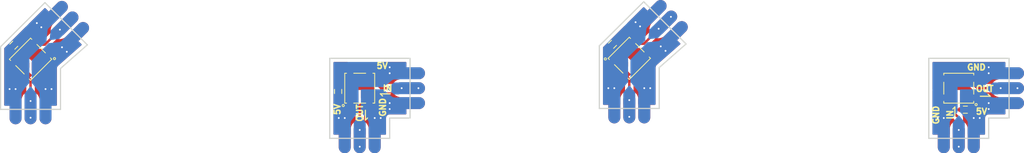
<source format=kicad_pcb>
(kicad_pcb (version 20170123) (host pcbnew "(2017-05-31 revision c0bb8a30c)-makepkg")

  (general
    (links 115)
    (no_connects 29)
    (area -7.963095 -11.329608 170.1425 20.1425)
    (thickness 1.6)
    (drawings 42)
    (tracks 64)
    (zones 0)
    (modules 63)
    (nets 5)
  )

  (page A4)
  (layers
    (0 F.Cu signal)
    (31 B.Cu signal)
    (32 B.Adhes user)
    (33 F.Adhes user)
    (34 B.Paste user)
    (35 F.Paste user)
    (36 B.SilkS user)
    (37 F.SilkS user)
    (38 B.Mask user)
    (39 F.Mask user)
    (40 Dwgs.User user)
    (41 Cmts.User user)
    (42 Eco1.User user)
    (43 Eco2.User user)
    (44 Edge.Cuts user)
    (45 Margin user)
    (46 B.CrtYd user)
    (47 F.CrtYd user)
    (48 B.Fab user)
    (49 F.Fab user hide)
  )

  (setup
    (last_trace_width 0.4)
    (trace_clearance 0.2)
    (zone_clearance 0.508)
    (zone_45_only no)
    (trace_min 0.2)
    (segment_width 0.2)
    (edge_width 0.15)
    (via_size 0.8)
    (via_drill 0.4)
    (via_min_size 0.4)
    (via_min_drill 0.3)
    (uvia_size 0.3)
    (uvia_drill 0.1)
    (uvias_allowed no)
    (uvia_min_size 0.2)
    (uvia_min_drill 0.1)
    (pcb_text_width 0.3)
    (pcb_text_size 1.5 1.5)
    (mod_edge_width 0.15)
    (mod_text_size 1 1)
    (mod_text_width 0.15)
    (pad_size 0.6 0.6)
    (pad_drill 0.3)
    (pad_to_mask_clearance 0.2)
    (aux_axis_origin 0 0)
    (visible_elements 7FFFFF7F)
    (pcbplotparams
      (layerselection 0x010f0_ffffffff)
      (usegerberextensions false)
      (excludeedgelayer true)
      (linewidth 0.100000)
      (plotframeref false)
      (viasonmask false)
      (mode 1)
      (useauxorigin false)
      (hpglpennumber 1)
      (hpglpenspeed 20)
      (hpglpendiameter 15)
      (psnegative false)
      (psa4output false)
      (plotreference true)
      (plotvalue true)
      (plotinvisibletext false)
      (padsonsilk false)
      (subtractmaskfromsilk false)
      (outputformat 1)
      (mirror false)
      (drillshape 0)
      (scaleselection 1)
      (outputdirectory "90 gerber/"))
  )

  (net 0 "")
  (net 1 +5V)
  (net 2 GND)
  (net 3 /DIN)
  (net 4 /DOUT)

  (net_class Default "This is the default net class."
    (clearance 0.2)
    (trace_width 0.4)
    (via_dia 0.8)
    (via_drill 0.4)
    (uvia_dia 0.3)
    (uvia_drill 0.1)
    (add_net +5V)
    (add_net /DIN)
    (add_net /DOUT)
    (add_net GND)
  )

  (module .pretty:VIA-0.6mm (layer F.Cu) (tedit 59669D3B) (tstamp 596C4AD3)
    (at 102.5 5)
    (fp_text reference REF** (at 0 1.397) (layer F.SilkS) hide
      (effects (font (size 1 1) (thickness 0.15)))
    )
    (fp_text value VIA-0.6mm (at 0 -1.27) (layer F.Fab) hide
      (effects (font (size 1 1) (thickness 0.15)))
    )
    (pad 1 thru_hole circle (at 0 0) (size 0.6 0.6) (drill 0.3) (layers *.Cu)
      (net 2 GND))
  )

  (module .pretty:VIA-0.6mm (layer F.Cu) (tedit 59669D2E) (tstamp 596C4ACF)
    (at 97.5 5)
    (fp_text reference REF** (at 0 1.397) (layer F.SilkS) hide
      (effects (font (size 1 1) (thickness 0.15)))
    )
    (fp_text value VIA-0.6mm (at 0 -1.27) (layer F.Fab) hide
      (effects (font (size 1 1) (thickness 0.15)))
    )
    (pad 1 thru_hole circle (at 0 0) (size 0.6 0.6) (drill 0.3) (layers *.Cu)
      (net 1 +5V))
  )

  (module .pretty:VIA-0.6mm (layer F.Cu) (tedit 59669D5A) (tstamp 596C4ACA)
    (at 100 9.8)
    (fp_text reference REF** (at 0 1.397) (layer F.SilkS) hide
      (effects (font (size 1 1) (thickness 0.15)))
    )
    (fp_text value VIA-0.6mm (at 0 -1.27) (layer F.Fab) hide
      (effects (font (size 1 1) (thickness 0.15)))
    )
    (pad 1 thru_hole circle (at 0 0) (size 0.6 0.6) (drill 0.3) (layers *.Cu)
      (net 4 /DOUT))
  )

  (module Capacitors_SMD:C_0603 (layer F.Cu) (tedit 5966A845) (tstamp 596C4ABC)
    (at 97.2 -2.35 45)
    (descr "Capacitor SMD 0603, reflow soldering, AVX (see smccp.pdf)")
    (tags "capacitor 0603")
    (path /59668C71)
    (attr smd)
    (fp_text reference C1 (at 0.05 1.9 45) (layer F.SilkS) hide
      (effects (font (size 1 1) (thickness 0.15)))
    )
    (fp_text value 0.1uF (at 0 1.9 45) (layer F.Fab)
      (effects (font (size 1 1) (thickness 0.15)))
    )
    (fp_line (start 0.349999 0.6) (end -0.349999 0.6) (layer F.SilkS) (width 0.15))
    (fp_line (start -0.349999 -0.6) (end 0.349999 -0.6) (layer F.SilkS) (width 0.15))
    (fp_line (start 1.45 -0.75) (end 1.45 0.75) (layer F.CrtYd) (width 0.05))
    (fp_line (start -1.45 -0.75) (end -1.45 0.75) (layer F.CrtYd) (width 0.05))
    (fp_line (start -1.45 0.75) (end 1.45 0.75) (layer F.CrtYd) (width 0.05))
    (fp_line (start -1.45 -0.75) (end 1.45 -0.75) (layer F.CrtYd) (width 0.05))
    (pad 2 smd rect (at 0.75 0 45) (size 0.8 0.75) (layers F.Cu F.Paste F.Mask)
      (net 2 GND))
    (pad 1 smd rect (at -0.75 0 45) (size 0.8 0.75) (layers F.Cu F.Paste F.Mask)
      (net 1 +5V))
    (model Capacitors_SMD.3dshapes/C_0603.wrl
      (at (xyz 0 0 0))
      (scale (xyz 1 1 1))
      (rotate (xyz 0 0 0))
    )
  )

  (module .pretty:VIA-0.6mm (layer F.Cu) (tedit 59669D3B) (tstamp 596C4AB8)
    (at 105.25 -2)
    (fp_text reference REF** (at 0 1.397) (layer F.SilkS) hide
      (effects (font (size 1 1) (thickness 0.15)))
    )
    (fp_text value VIA-0.6mm (at 0 -1.27) (layer F.Fab) hide
      (effects (font (size 1 1) (thickness 0.15)))
    )
    (pad 1 thru_hole circle (at 0 0) (size 0.6 0.6) (drill 0.3) (layers *.Cu)
      (net 2 GND))
  )

  (module .pretty:VIA-0.6mm (layer F.Cu) (tedit 59669D67) (tstamp 596C4AA9)
    (at 106.95 -6.95)
    (fp_text reference REF** (at 0 1.397) (layer F.SilkS) hide
      (effects (font (size 1 1) (thickness 0.15)))
    )
    (fp_text value VIA-0.6mm (at 0 -1.27) (layer F.Fab) hide
      (effects (font (size 1 1) (thickness 0.15)))
    )
    (pad 1 thru_hole circle (at 0 0) (size 0.6 0.6) (drill 0.3) (layers *.Cu)
      (net 3 /DIN))
  )

  (module .pretty:VIA-0.6mm (layer F.Cu) (tedit 59669D3B) (tstamp 596C4AA5)
    (at 103.5 5)
    (fp_text reference REF** (at 0 1.397) (layer F.SilkS) hide
      (effects (font (size 1 1) (thickness 0.15)))
    )
    (fp_text value VIA-0.6mm (at 0 -1.27) (layer F.Fab) hide
      (effects (font (size 1 1) (thickness 0.15)))
    )
    (pad 1 thru_hole circle (at 0 0) (size 0.6 0.6) (drill 0.3) (layers *.Cu)
      (net 2 GND))
  )

  (module .pretty:VIA-0.6mm (layer F.Cu) (tedit 59669D5A) (tstamp 596C4AA1)
    (at 100 7)
    (fp_text reference REF** (at 0 1.397) (layer F.SilkS) hide
      (effects (font (size 1 1) (thickness 0.15)))
    )
    (fp_text value VIA-0.6mm (at 0 -1.27) (layer F.Fab) hide
      (effects (font (size 1 1) (thickness 0.15)))
    )
    (pad 1 thru_hole circle (at 0 0) (size 0.6 0.6) (drill 0.3) (layers *.Cu)
      (net 4 /DOUT))
  )

  (module .pretty:VIA-0.6mm (layer F.Cu) (tedit 59669D2E) (tstamp 596C4A9D)
    (at 101.05 -6.05)
    (fp_text reference REF** (at 0 1.397) (layer F.SilkS) hide
      (effects (font (size 1 1) (thickness 0.15)))
    )
    (fp_text value VIA-0.6mm (at 0 -1.27) (layer F.Fab) hide
      (effects (font (size 1 1) (thickness 0.15)))
    )
    (pad 1 thru_hole circle (at 0 0) (size 0.6 0.6) (drill 0.3) (layers *.Cu)
      (net 1 +5V))
  )

  (module .pretty:VIA-0.6mm (layer F.Cu) (tedit 59669D2E) (tstamp 596C4A99)
    (at 96.5 5)
    (fp_text reference REF** (at 0 1.397) (layer F.SilkS) hide
      (effects (font (size 1 1) (thickness 0.15)))
    )
    (fp_text value VIA-0.6mm (at 0 -1.27) (layer F.Fab) hide
      (effects (font (size 1 1) (thickness 0.15)))
    )
    (pad 1 thru_hole circle (at 0 0) (size 0.6 0.6) (drill 0.3) (layers *.Cu)
      (net 1 +5V))
  )

  (module .pretty:Tape_3_Circuit_Pad (layer F.Cu) (tedit 59669947) (tstamp 596C4A90)
    (at 105.939697 -5.939697 135)
    (path /596697F3)
    (fp_text reference J1 (at 0 5.65 135) (layer F.SilkS) hide
      (effects (font (size 1 1) (thickness 0.15)))
    )
    (fp_text value CONN_01X03 (at -0.05 -5.3 135) (layer F.Fab)
      (effects (font (size 1 1) (thickness 0.15)))
    )
    (pad 3 smd roundrect (at 2.5 0 135) (size 2 5) (layers B.Cu B.Mask)(roundrect_rratio 0.5)
      (net 1 +5V))
    (pad 2 smd roundrect (at 0 0 135) (size 2 5) (layers B.Cu B.Mask)(roundrect_rratio 0.5)
      (net 3 /DIN))
    (pad 1 smd roundrect (at -2.5 0 135) (size 2 5) (layers B.Cu B.Mask)(roundrect_rratio 0.5)
      (net 2 GND))
    (pad 1 smd roundrect (at -2.5 0 135) (size 2 5) (layers F.Cu F.Mask)(roundrect_rratio 0.5)
      (net 2 GND))
    (pad 3 smd roundrect (at 2.5 0 135) (size 2 5) (layers F.Cu F.Mask)(roundrect_rratio 0.5)
      (net 1 +5V))
    (pad 2 smd roundrect (at 0 0 135) (size 2 5) (layers F.Cu F.Mask)(roundrect_rratio 0.5)
      (net 3 /DIN))
  )

  (module .pretty:WS2812 (layer F.Cu) (tedit 5966A847) (tstamp 596C4A80)
    (at 100 0 45)
    (path /59668BBE)
    (fp_text reference U1 (at 0 3.35 45) (layer F.SilkS) hide
      (effects (font (size 1 1) (thickness 0.15)))
    )
    (fp_text value WS2812 (at 0 -3.3 45) (layer F.Fab)
      (effects (font (size 1 1) (thickness 0.15)))
    )
    (fp_line (start -2.5 -1) (end -2.5 1) (layer F.SilkS) (width 0.15))
    (fp_line (start 2.5 -1) (end 2.5 1) (layer F.SilkS) (width 0.15))
    (fp_circle (center -2.9 -2.75) (end -2.8 -2.600001) (layer F.SilkS) (width 0.15))
    (fp_line (start 2.5 -2.5) (end 2.5 -2.2) (layer F.SilkS) (width 0.15))
    (fp_line (start -2.5 -2.5) (end -2.5 -2.2) (layer F.SilkS) (width 0.15))
    (fp_line (start -2.5 2.5) (end -2.5 2.2) (layer F.SilkS) (width 0.15))
    (fp_line (start 2.5 2.5) (end 2.5 2.2) (layer F.SilkS) (width 0.15))
    (fp_line (start -2.5 2.5) (end 2.5 2.5) (layer F.SilkS) (width 0.15))
    (fp_line (start -2.5 -2.5) (end 2.5 -2.5) (layer F.SilkS) (width 0.15))
    (pad 2 smd rect (at -2.45 1.6 45) (size 1.5 1) (layers F.Cu F.Paste F.Mask)
      (net 4 /DOUT))
    (pad 1 smd rect (at -2.45 -1.6 45) (size 1.5 1) (layers F.Cu F.Paste F.Mask)
      (net 1 +5V))
    (pad 4 smd rect (at 2.45 -1.6 45) (size 1.5 1) (layers F.Cu F.Paste F.Mask)
      (net 3 /DIN))
    (pad 3 smd rect (at 2.45 1.6 45) (size 1.5 1) (layers F.Cu F.Paste F.Mask)
      (net 2 GND))
  )

  (module .pretty:Tape_3_Circuit_Pad (layer F.Cu) (tedit 59669947) (tstamp 596C4A77)
    (at 100 8.4)
    (path /59669882)
    (fp_text reference J2 (at 0 5.65) (layer F.SilkS) hide
      (effects (font (size 1 1) (thickness 0.15)))
    )
    (fp_text value CONN_01X03 (at -0.05 -5.3) (layer F.Fab)
      (effects (font (size 1 1) (thickness 0.15)))
    )
    (pad 2 smd roundrect (at 0 0) (size 2 5) (layers F.Cu F.Mask)(roundrect_rratio 0.5)
      (net 4 /DOUT))
    (pad 3 smd roundrect (at 2.5 0) (size 2 5) (layers F.Cu F.Mask)(roundrect_rratio 0.5)
      (net 2 GND))
    (pad 1 smd roundrect (at -2.5 0) (size 2 5) (layers F.Cu F.Mask)(roundrect_rratio 0.5)
      (net 1 +5V))
    (pad 1 smd roundrect (at -2.5 0) (size 2 5) (layers B.Cu B.Mask)(roundrect_rratio 0.5)
      (net 1 +5V))
    (pad 2 smd roundrect (at 0 0) (size 2 5) (layers B.Cu B.Mask)(roundrect_rratio 0.5)
      (net 4 /DOUT))
    (pad 3 smd roundrect (at 2.5 0) (size 2 5) (layers B.Cu B.Mask)(roundrect_rratio 0.5)
      (net 2 GND))
  )

  (module .pretty:VIA-0.6mm (layer F.Cu) (tedit 59669D3B) (tstamp 596C4A73)
    (at 106.05 -1.25)
    (fp_text reference REF** (at 0 1.397) (layer F.SilkS) hide
      (effects (font (size 1 1) (thickness 0.15)))
    )
    (fp_text value VIA-0.6mm (at 0 -1.27) (layer F.Fab) hide
      (effects (font (size 1 1) (thickness 0.15)))
    )
    (pad 1 thru_hole circle (at 0 0) (size 0.6 0.6) (drill 0.3) (layers *.Cu)
      (net 2 GND))
  )

  (module .pretty:VIA-0.6mm (layer F.Cu) (tedit 59669D2E) (tstamp 596C4A6F)
    (at 101.8 -5.35)
    (fp_text reference REF** (at 0 1.397) (layer F.SilkS) hide
      (effects (font (size 1 1) (thickness 0.15)))
    )
    (fp_text value VIA-0.6mm (at 0 -1.27) (layer F.Fab) hide
      (effects (font (size 1 1) (thickness 0.15)))
    )
    (pad 1 thru_hole circle (at 0 0) (size 0.6 0.6) (drill 0.3) (layers *.Cu)
      (net 1 +5V))
  )

  (module .pretty:VIA-0.6mm (layer F.Cu) (tedit 59669D67) (tstamp 596C4A5E)
    (at 104.9 -4.95)
    (fp_text reference REF** (at 0 1.397) (layer F.SilkS) hide
      (effects (font (size 1 1) (thickness 0.15)))
    )
    (fp_text value VIA-0.6mm (at 0 -1.27) (layer F.Fab) hide
      (effects (font (size 1 1) (thickness 0.15)))
    )
    (pad 1 thru_hole circle (at 0 0) (size 0.6 0.6) (drill 0.3) (layers *.Cu)
      (net 3 /DIN))
  )

  (module .pretty:VIA-0.6mm (layer F.Cu) (tedit 59669D3B) (tstamp 596C3E65)
    (at 60 8.5)
    (fp_text reference REF** (at 0 1.397) (layer F.SilkS) hide
      (effects (font (size 1 1) (thickness 0.15)))
    )
    (fp_text value VIA-0.6mm (at 0 -1.27) (layer F.Fab) hide
      (effects (font (size 1 1) (thickness 0.15)))
    )
    (pad 1 thru_hole circle (at 0 0) (size 0.6 0.6) (drill 0.3) (layers *.Cu)
      (net 2 GND))
  )

  (module .pretty:VIA-0.6mm (layer F.Cu) (tedit 59669D3B) (tstamp 596C3E5D)
    (at 60 7.5)
    (fp_text reference REF** (at 0 1.397) (layer F.SilkS) hide
      (effects (font (size 1 1) (thickness 0.15)))
    )
    (fp_text value VIA-0.6mm (at 0 -1.27) (layer F.Fab) hide
      (effects (font (size 1 1) (thickness 0.15)))
    )
    (pad 1 thru_hole circle (at 0 0) (size 0.6 0.6) (drill 0.3) (layers *.Cu)
      (net 2 GND))
  )

  (module .pretty:VIA-0.6mm (layer F.Cu) (tedit 59669D2E) (tstamp 596C3E39)
    (at 60 1.5)
    (fp_text reference REF** (at 0 1.397) (layer F.SilkS) hide
      (effects (font (size 1 1) (thickness 0.15)))
    )
    (fp_text value VIA-0.6mm (at 0 -1.27) (layer F.Fab) hide
      (effects (font (size 1 1) (thickness 0.15)))
    )
    (pad 1 thru_hole circle (at 0 0) (size 0.6 0.6) (drill 0.3) (layers *.Cu)
      (net 1 +5V))
  )

  (module .pretty:VIA-0.6mm (layer F.Cu) (tedit 59669D2E) (tstamp 596C3E35)
    (at 60 2.5)
    (fp_text reference REF** (at 0 1.397) (layer F.SilkS) hide
      (effects (font (size 1 1) (thickness 0.15)))
    )
    (fp_text value VIA-0.6mm (at 0 -1.27) (layer F.Fab) hide
      (effects (font (size 1 1) (thickness 0.15)))
    )
    (pad 1 thru_hole circle (at 0 0) (size 0.6 0.6) (drill 0.3) (layers *.Cu)
      (net 1 +5V))
  )

  (module .pretty:VIA-0.6mm (layer F.Cu) (tedit 59669D67) (tstamp 596C3DE1)
    (at 64.8 5)
    (fp_text reference REF** (at 0 1.397) (layer F.SilkS) hide
      (effects (font (size 1 1) (thickness 0.15)))
    )
    (fp_text value VIA-0.6mm (at 0 -1.27) (layer F.Fab) hide
      (effects (font (size 1 1) (thickness 0.15)))
    )
    (pad 1 thru_hole circle (at 0 0) (size 0.6 0.6) (drill 0.3) (layers *.Cu)
      (net 3 /DIN))
  )

  (module .pretty:VIA-0.6mm (layer F.Cu) (tedit 59669D5A) (tstamp 596C3DAF)
    (at 55 14.8)
    (fp_text reference REF** (at 0 1.397) (layer F.SilkS) hide
      (effects (font (size 1 1) (thickness 0.15)))
    )
    (fp_text value VIA-0.6mm (at 0 -1.27) (layer F.Fab) hide
      (effects (font (size 1 1) (thickness 0.15)))
    )
    (pad 1 thru_hole circle (at 0 0) (size 0.6 0.6) (drill 0.3) (layers *.Cu)
      (net 4 /DOUT))
  )

  (module .pretty:VIA-0.6mm (layer F.Cu) (tedit 59669D3B) (tstamp 596C3D96)
    (at 58.5 10)
    (fp_text reference REF** (at 0 1.397) (layer F.SilkS) hide
      (effects (font (size 1 1) (thickness 0.15)))
    )
    (fp_text value VIA-0.6mm (at 0 -1.27) (layer F.Fab) hide
      (effects (font (size 1 1) (thickness 0.15)))
    )
    (pad 1 thru_hole circle (at 0 0) (size 0.6 0.6) (drill 0.3) (layers *.Cu)
      (net 2 GND))
  )

  (module .pretty:VIA-0.6mm (layer F.Cu) (tedit 59669D2E) (tstamp 596C3D7F)
    (at 51.5 10)
    (fp_text reference REF** (at 0 1.397) (layer F.SilkS) hide
      (effects (font (size 1 1) (thickness 0.15)))
    )
    (fp_text value VIA-0.6mm (at 0 -1.27) (layer F.Fab) hide
      (effects (font (size 1 1) (thickness 0.15)))
    )
    (pad 1 thru_hole circle (at 0 0) (size 0.6 0.6) (drill 0.3) (layers *.Cu)
      (net 1 +5V))
  )

  (module .pretty:VIA-0.6mm (layer F.Cu) (tedit 59669D67) (tstamp 596C3D58)
    (at 62 5)
    (fp_text reference REF** (at 0 1.397) (layer F.SilkS) hide
      (effects (font (size 1 1) (thickness 0.15)))
    )
    (fp_text value VIA-0.6mm (at 0 -1.27) (layer F.Fab) hide
      (effects (font (size 1 1) (thickness 0.15)))
    )
    (pad 1 thru_hole circle (at 0 0) (size 0.6 0.6) (drill 0.3) (layers *.Cu)
      (net 3 /DIN))
  )

  (module .pretty:VIA-0.6mm (layer F.Cu) (tedit 59669D5A) (tstamp 596C3D44)
    (at 55 12)
    (fp_text reference REF** (at 0 1.397) (layer F.SilkS) hide
      (effects (font (size 1 1) (thickness 0.15)))
    )
    (fp_text value VIA-0.6mm (at 0 -1.27) (layer F.Fab) hide
      (effects (font (size 1 1) (thickness 0.15)))
    )
    (pad 1 thru_hole circle (at 0 0) (size 0.6 0.6) (drill 0.3) (layers *.Cu)
      (net 4 /DOUT))
  )

  (module .pretty:VIA-0.6mm (layer F.Cu) (tedit 59669D3B) (tstamp 596C3D30)
    (at 57.5 10)
    (fp_text reference REF** (at 0 1.397) (layer F.SilkS) hide
      (effects (font (size 1 1) (thickness 0.15)))
    )
    (fp_text value VIA-0.6mm (at 0 -1.27) (layer F.Fab) hide
      (effects (font (size 1 1) (thickness 0.15)))
    )
    (pad 1 thru_hole circle (at 0 0) (size 0.6 0.6) (drill 0.3) (layers *.Cu)
      (net 2 GND))
  )

  (module .pretty:VIA-0.6mm (layer F.Cu) (tedit 59669D2E) (tstamp 596C3D1D)
    (at 52.5 10)
    (fp_text reference REF** (at 0 1.397) (layer F.SilkS) hide
      (effects (font (size 1 1) (thickness 0.15)))
    )
    (fp_text value VIA-0.6mm (at 0 -1.27) (layer F.Fab) hide
      (effects (font (size 1 1) (thickness 0.15)))
    )
    (pad 1 thru_hole circle (at 0 0) (size 0.6 0.6) (drill 0.3) (layers *.Cu)
      (net 1 +5V))
  )

  (module Capacitors_SMD:C_0603 (layer F.Cu) (tedit 5966A4C2) (tstamp 596A612C)
    (at 51.4 5.55 90)
    (descr "Capacitor SMD 0603, reflow soldering, AVX (see smccp.pdf)")
    (tags "capacitor 0603")
    (path /59668C71)
    (attr smd)
    (fp_text reference C1 (at 0.05 1.9 90) (layer F.SilkS) hide
      (effects (font (size 1 1) (thickness 0.15)))
    )
    (fp_text value 0.1uF (at 0 1.9 90) (layer F.Fab)
      (effects (font (size 1 1) (thickness 0.15)))
    )
    (fp_line (start -1.45 -0.75) (end 1.45 -0.75) (layer F.CrtYd) (width 0.05))
    (fp_line (start -1.45 0.75) (end 1.45 0.75) (layer F.CrtYd) (width 0.05))
    (fp_line (start -1.45 -0.75) (end -1.45 0.75) (layer F.CrtYd) (width 0.05))
    (fp_line (start 1.45 -0.75) (end 1.45 0.75) (layer F.CrtYd) (width 0.05))
    (fp_line (start -0.35 -0.6) (end 0.35 -0.6) (layer F.SilkS) (width 0.15))
    (fp_line (start 0.35 0.6) (end -0.35 0.6) (layer F.SilkS) (width 0.15))
    (pad 1 smd rect (at -0.75 0 90) (size 0.8 0.75) (layers F.Cu F.Paste F.Mask)
      (net 1 +5V))
    (pad 2 smd rect (at 0.75 0 90) (size 0.8 0.75) (layers F.Cu F.Paste F.Mask)
      (net 2 GND))
    (model Capacitors_SMD.3dshapes/C_0603.wrl
      (at (xyz 0 0 0))
      (scale (xyz 1 1 1))
      (rotate (xyz 0 0 0))
    )
  )

  (module .pretty:Tape_3_Circuit_Pad (layer F.Cu) (tedit 59669947) (tstamp 596A6136)
    (at 63.4 5 90)
    (path /596697F3)
    (fp_text reference J1 (at 0 5.65 90) (layer F.SilkS) hide
      (effects (font (size 1 1) (thickness 0.15)))
    )
    (fp_text value CONN_01X03 (at -0.05 -5.3 90) (layer F.Fab)
      (effects (font (size 1 1) (thickness 0.15)))
    )
    (pad 2 smd roundrect (at 0 0 90) (size 2 5) (layers F.Cu F.Mask)(roundrect_rratio 0.5)
      (net 3 /DIN))
    (pad 3 smd roundrect (at 2.5 0 90) (size 2 5) (layers F.Cu F.Mask)(roundrect_rratio 0.5)
      (net 1 +5V))
    (pad 1 smd roundrect (at -2.5 0 90) (size 2 5) (layers F.Cu F.Mask)(roundrect_rratio 0.5)
      (net 2 GND))
    (pad 1 smd roundrect (at -2.5 0 90) (size 2 5) (layers B.Cu B.Mask)(roundrect_rratio 0.5)
      (net 2 GND))
    (pad 2 smd roundrect (at 0 0 90) (size 2 5) (layers B.Cu B.Mask)(roundrect_rratio 0.5)
      (net 3 /DIN))
    (pad 3 smd roundrect (at 2.5 0 90) (size 2 5) (layers B.Cu B.Mask)(roundrect_rratio 0.5)
      (net 1 +5V))
  )

  (module .pretty:Tape_3_Circuit_Pad (layer F.Cu) (tedit 59669947) (tstamp 596A6140)
    (at 55 13.4)
    (path /59669882)
    (fp_text reference J2 (at 0 5.65) (layer F.SilkS) hide
      (effects (font (size 1 1) (thickness 0.15)))
    )
    (fp_text value CONN_01X03 (at -0.05 -5.3) (layer F.Fab)
      (effects (font (size 1 1) (thickness 0.15)))
    )
    (pad 3 smd roundrect (at 2.5 0) (size 2 5) (layers B.Cu B.Mask)(roundrect_rratio 0.5)
      (net 2 GND))
    (pad 2 smd roundrect (at 0 0) (size 2 5) (layers B.Cu B.Mask)(roundrect_rratio 0.5)
      (net 4 /DOUT))
    (pad 1 smd roundrect (at -2.5 0) (size 2 5) (layers B.Cu B.Mask)(roundrect_rratio 0.5)
      (net 1 +5V))
    (pad 1 smd roundrect (at -2.5 0) (size 2 5) (layers F.Cu F.Mask)(roundrect_rratio 0.5)
      (net 1 +5V))
    (pad 3 smd roundrect (at 2.5 0) (size 2 5) (layers F.Cu F.Mask)(roundrect_rratio 0.5)
      (net 2 GND))
    (pad 2 smd roundrect (at 0 0) (size 2 5) (layers F.Cu F.Mask)(roundrect_rratio 0.5)
      (net 4 /DOUT))
  )

  (module .pretty:WS2812 (layer F.Cu) (tedit 5966A4C5) (tstamp 596A6151)
    (at 55 5 90)
    (path /59668BBE)
    (fp_text reference U1 (at 0 0.75 90) (layer F.SilkS) hide
      (effects (font (size 1 1) (thickness 0.15)))
    )
    (fp_text value WS2812 (at 0 -3.3 90) (layer F.Fab)
      (effects (font (size 1 1) (thickness 0.15)))
    )
    (fp_line (start -2.5 -2.5) (end 2.5 -2.5) (layer F.SilkS) (width 0.15))
    (fp_line (start -2.5 2.5) (end 2.5 2.5) (layer F.SilkS) (width 0.15))
    (fp_line (start 2.5 2.5) (end 2.5 2.2) (layer F.SilkS) (width 0.15))
    (fp_line (start -2.5 2.5) (end -2.5 2.2) (layer F.SilkS) (width 0.15))
    (fp_line (start -2.5 -2.5) (end -2.5 -2.2) (layer F.SilkS) (width 0.15))
    (fp_line (start 2.5 -2.5) (end 2.5 -2.2) (layer F.SilkS) (width 0.15))
    (fp_circle (center -2.9 -2.75) (end -2.8 -2.6) (layer F.SilkS) (width 0.15))
    (fp_line (start 2.5 -1) (end 2.5 1) (layer F.SilkS) (width 0.15))
    (fp_line (start -2.5 -1) (end -2.5 1) (layer F.SilkS) (width 0.15))
    (pad 3 smd rect (at 2.45 1.6 90) (size 1.5 1) (layers F.Cu F.Paste F.Mask)
      (net 2 GND))
    (pad 4 smd rect (at 2.45 -1.6 90) (size 1.5 1) (layers F.Cu F.Paste F.Mask)
      (net 3 /DIN))
    (pad 1 smd rect (at -2.45 -1.6 90) (size 1.5 1) (layers F.Cu F.Paste F.Mask)
      (net 1 +5V))
    (pad 2 smd rect (at -2.45 1.6 90) (size 1.5 1) (layers F.Cu F.Paste F.Mask)
      (net 4 /DOUT))
  )

  (module .pretty:VIA-0.6mm (layer F.Cu) (tedit 5967DC55) (tstamp 5967E266)
    (at 0.05 9.95)
    (fp_text reference REF** (at 0 1.397) (layer F.SilkS) hide
      (effects (font (size 1 1) (thickness 0.15)))
    )
    (fp_text value VIA-0.6mm (at 0 -1.27) (layer F.Fab) hide
      (effects (font (size 1 1) (thickness 0.15)))
    )
    (pad 1 thru_hole circle (at 0 0) (size 0.6 0.6) (drill 0.3) (layers *.Cu)
      (net 3 /DIN))
  )

  (module .pretty:VIA-0.6mm (layer F.Cu) (tedit 5967DC60) (tstamp 5967E262)
    (at -2.45 5.15)
    (fp_text reference REF** (at 0 1.397) (layer F.SilkS) hide
      (effects (font (size 1 1) (thickness 0.15)))
    )
    (fp_text value VIA-0.6mm (at 0 -1.27) (layer F.Fab) hide
      (effects (font (size 1 1) (thickness 0.15)))
    )
    (pad 1 thru_hole circle (at 0 0) (size 0.6 0.6) (drill 0.3) (layers *.Cu)
      (net 2 GND))
  )

  (module Capacitors_SMD:C_0603 (layer F.Cu) (tedit 5966A845) (tstamp 5967E26A)
    (at -2.75 -2.2 225)
    (descr "Capacitor SMD 0603, reflow soldering, AVX (see smccp.pdf)")
    (tags "capacitor 0603")
    (path /59668C71)
    (attr smd)
    (fp_text reference C1 (at 0.05 1.9 225) (layer F.SilkS) hide
      (effects (font (size 1 1) (thickness 0.15)))
    )
    (fp_text value 0.1uF (at 0 1.9 225) (layer F.Fab)
      (effects (font (size 1 1) (thickness 0.15)))
    )
    (fp_line (start -1.45 -0.75) (end 1.45 -0.75) (layer F.CrtYd) (width 0.05))
    (fp_line (start -1.45 0.75) (end 1.45 0.75) (layer F.CrtYd) (width 0.05))
    (fp_line (start -1.45 -0.75) (end -1.45 0.75) (layer F.CrtYd) (width 0.05))
    (fp_line (start 1.45 -0.75) (end 1.45 0.75) (layer F.CrtYd) (width 0.05))
    (fp_line (start -0.349999 -0.6) (end 0.349999 -0.6) (layer F.SilkS) (width 0.15))
    (fp_line (start 0.349999 0.6) (end -0.349999 0.6) (layer F.SilkS) (width 0.15))
    (pad 1 smd rect (at -0.75 0 225) (size 0.8 0.75) (layers F.Cu F.Paste F.Mask)
      (net 1 +5V))
    (pad 2 smd rect (at 0.75 0 225) (size 0.8 0.75) (layers F.Cu F.Paste F.Mask)
      (net 2 GND))
    (model Capacitors_SMD.3dshapes/C_0603.wrl
      (at (xyz 0 0 0))
      (scale (xyz 1 1 1))
      (rotate (xyz 0 0 0))
    )
  )

  (module .pretty:VIA-0.6mm (layer F.Cu) (tedit 5967DC27) (tstamp 5967E275)
    (at 5.3 -1.85)
    (fp_text reference REF** (at 0 1.397) (layer F.SilkS) hide
      (effects (font (size 1 1) (thickness 0.15)))
    )
    (fp_text value VIA-0.6mm (at 0 -1.27) (layer F.Fab) hide
      (effects (font (size 1 1) (thickness 0.15)))
    )
    (pad 1 thru_hole circle (at 0 0) (size 0.6 0.6) (drill 0.3) (layers *.Cu)
      (net 1 +5V))
  )

  (module .pretty:VIA-0.6mm (layer F.Cu) (tedit 5967DC43) (tstamp 5967E25E)
    (at 2.55 5.15)
    (fp_text reference REF** (at 0 1.397) (layer F.SilkS) hide
      (effects (font (size 1 1) (thickness 0.15)))
    )
    (fp_text value VIA-0.6mm (at 0 -1.27) (layer F.Fab) hide
      (effects (font (size 1 1) (thickness 0.15)))
    )
    (pad 1 thru_hole circle (at 0 0) (size 0.6 0.6) (drill 0.3) (layers *.Cu)
      (net 1 +5V))
  )

  (module .pretty:VIA-0.6mm (layer F.Cu) (tedit 5967DC3A) (tstamp 5967E27D)
    (at 3.55 5.15)
    (fp_text reference REF** (at 0 1.397) (layer F.SilkS) hide
      (effects (font (size 1 1) (thickness 0.15)))
    )
    (fp_text value VIA-0.6mm (at 0 -1.27) (layer F.Fab) hide
      (effects (font (size 1 1) (thickness 0.15)))
    )
    (pad 1 thru_hole circle (at 0 0) (size 0.6 0.6) (drill 0.3) (layers *.Cu)
      (net 1 +5V))
  )

  (module .pretty:VIA-0.6mm (layer F.Cu) (tedit 5967DC4F) (tstamp 5967E281)
    (at 0.05 7.15)
    (fp_text reference REF** (at 0 1.397) (layer F.SilkS) hide
      (effects (font (size 1 1) (thickness 0.15)))
    )
    (fp_text value VIA-0.6mm (at 0 -1.27) (layer F.Fab) hide
      (effects (font (size 1 1) (thickness 0.15)))
    )
    (pad 1 thru_hole circle (at 0 0) (size 0.6 0.6) (drill 0.3) (layers *.Cu)
      (net 3 /DIN))
  )

  (module .pretty:VIA-0.6mm (layer F.Cu) (tedit 5967DC05) (tstamp 5967E285)
    (at 1.1 -5.9)
    (fp_text reference REF** (at 0 1.397) (layer F.SilkS) hide
      (effects (font (size 1 1) (thickness 0.15)))
    )
    (fp_text value VIA-0.6mm (at 0 -1.27) (layer F.Fab) hide
      (effects (font (size 1 1) (thickness 0.15)))
    )
    (pad 1 thru_hole circle (at 0 0) (size 0.6 0.6) (drill 0.3) (layers *.Cu)
      (net 2 GND))
  )

  (module .pretty:VIA-0.6mm (layer F.Cu) (tedit 5967DC66) (tstamp 5967E289)
    (at -3.45 5.15)
    (fp_text reference REF** (at 0 1.397) (layer F.SilkS) hide
      (effects (font (size 1 1) (thickness 0.15)))
    )
    (fp_text value VIA-0.6mm (at 0 -1.27) (layer F.Fab) hide
      (effects (font (size 1 1) (thickness 0.15)))
    )
    (pad 1 thru_hole circle (at 0 0) (size 0.6 0.6) (drill 0.3) (layers *.Cu)
      (net 2 GND))
  )

  (module .pretty:Tape_3_Circuit_Pad (layer F.Cu) (tedit 59669947) (tstamp 5967E28D)
    (at 0.05 8.55)
    (path /596697F3)
    (fp_text reference J1 (at 0 5.65) (layer F.SilkS) hide
      (effects (font (size 1 1) (thickness 0.15)))
    )
    (fp_text value CONN_01X03 (at -0.05 -5.3) (layer F.Fab)
      (effects (font (size 1 1) (thickness 0.15)))
    )
    (pad 2 smd roundrect (at 0 0) (size 2 5) (layers F.Cu F.Mask)(roundrect_rratio 0.5)
      (net 3 /DIN))
    (pad 3 smd roundrect (at 2.5 0) (size 2 5) (layers F.Cu F.Mask)(roundrect_rratio 0.5)
      (net 1 +5V))
    (pad 1 smd roundrect (at -2.5 0) (size 2 5) (layers F.Cu F.Mask)(roundrect_rratio 0.5)
      (net 2 GND))
    (pad 1 smd roundrect (at -2.5 0) (size 2 5) (layers B.Cu B.Mask)(roundrect_rratio 0.5)
      (net 2 GND))
    (pad 2 smd roundrect (at 0 0) (size 2 5) (layers B.Cu B.Mask)(roundrect_rratio 0.5)
      (net 3 /DIN))
    (pad 3 smd roundrect (at 2.5 0) (size 2 5) (layers B.Cu B.Mask)(roundrect_rratio 0.5)
      (net 1 +5V))
  )

  (module .pretty:WS2812 (layer F.Cu) (tedit 5966A847) (tstamp 5967E296)
    (at 0.05 0.15 225)
    (path /59668BBE)
    (fp_text reference U1 (at 0 3.35 225) (layer F.SilkS) hide
      (effects (font (size 1 1) (thickness 0.15)))
    )
    (fp_text value WS2812 (at 0 -3.3 225) (layer F.Fab)
      (effects (font (size 1 1) (thickness 0.15)))
    )
    (fp_line (start -2.5 -2.5) (end 2.5 -2.5) (layer F.SilkS) (width 0.15))
    (fp_line (start -2.5 2.5) (end 2.5 2.5) (layer F.SilkS) (width 0.15))
    (fp_line (start 2.5 2.5) (end 2.5 2.2) (layer F.SilkS) (width 0.15))
    (fp_line (start -2.5 2.5) (end -2.5 2.2) (layer F.SilkS) (width 0.15))
    (fp_line (start -2.5 -2.5) (end -2.5 -2.2) (layer F.SilkS) (width 0.15))
    (fp_line (start 2.5 -2.5) (end 2.5 -2.2) (layer F.SilkS) (width 0.15))
    (fp_circle (center -2.9 -2.75) (end -2.8 -2.600001) (layer F.SilkS) (width 0.15))
    (fp_line (start 2.5 -1) (end 2.5 1) (layer F.SilkS) (width 0.15))
    (fp_line (start -2.5 -1) (end -2.5 1) (layer F.SilkS) (width 0.15))
    (pad 3 smd rect (at 2.45 1.6 225) (size 1.5 1) (layers F.Cu F.Paste F.Mask)
      (net 2 GND))
    (pad 4 smd rect (at 2.45 -1.6 225) (size 1.5 1) (layers F.Cu F.Paste F.Mask)
      (net 3 /DIN))
    (pad 1 smd rect (at -2.45 -1.6 225) (size 1.5 1) (layers F.Cu F.Paste F.Mask)
      (net 1 +5V))
    (pad 2 smd rect (at -2.45 1.6 225) (size 1.5 1) (layers F.Cu F.Paste F.Mask)
      (net 4 /DOUT))
  )

  (module .pretty:Tape_3_Circuit_Pad (layer F.Cu) (tedit 59669947) (tstamp 5967E2A6)
    (at 5.989697 -5.789697 135)
    (path /59669882)
    (fp_text reference J2 (at 0 5.65 135) (layer F.SilkS) hide
      (effects (font (size 1 1) (thickness 0.15)))
    )
    (fp_text value CONN_01X03 (at -0.05 -5.3 135) (layer F.Fab)
      (effects (font (size 1 1) (thickness 0.15)))
    )
    (pad 3 smd roundrect (at 2.5 0 135) (size 2 5) (layers B.Cu B.Mask)(roundrect_rratio 0.5)
      (net 2 GND))
    (pad 2 smd roundrect (at 0 0 135) (size 2 5) (layers B.Cu B.Mask)(roundrect_rratio 0.5)
      (net 4 /DOUT))
    (pad 1 smd roundrect (at -2.5 0 135) (size 2 5) (layers B.Cu B.Mask)(roundrect_rratio 0.5)
      (net 1 +5V))
    (pad 1 smd roundrect (at -2.5 0 135) (size 2 5) (layers F.Cu F.Mask)(roundrect_rratio 0.5)
      (net 1 +5V))
    (pad 3 smd roundrect (at 2.5 0 135) (size 2 5) (layers F.Cu F.Mask)(roundrect_rratio 0.5)
      (net 2 GND))
    (pad 2 smd roundrect (at 0 0 135) (size 2 5) (layers F.Cu F.Mask)(roundrect_rratio 0.5)
      (net 4 /DOUT))
  )

  (module .pretty:VIA-0.6mm (layer F.Cu) (tedit 5967DC1F) (tstamp 5967E2C7)
    (at 6.1 -1.1)
    (fp_text reference REF** (at 0 1.397) (layer F.SilkS) hide
      (effects (font (size 1 1) (thickness 0.15)))
    )
    (fp_text value VIA-0.6mm (at 0 -1.27) (layer F.Fab) hide
      (effects (font (size 1 1) (thickness 0.15)))
    )
    (pad 1 thru_hole circle (at 0 0) (size 0.6 0.6) (drill 0.3) (layers *.Cu)
      (net 1 +5V))
  )

  (module .pretty:VIA-0.6mm (layer F.Cu) (tedit 5967DBFF) (tstamp 5967E2CB)
    (at 1.85 -5.2)
    (fp_text reference REF** (at 0 1.397) (layer F.SilkS) hide
      (effects (font (size 1 1) (thickness 0.15)))
    )
    (fp_text value VIA-0.6mm (at 0 -1.27) (layer F.Fab) hide
      (effects (font (size 1 1) (thickness 0.15)))
    )
    (pad 1 thru_hole circle (at 0 0) (size 0.6 0.6) (drill 0.3) (layers *.Cu)
      (net 2 GND))
  )

  (module .pretty:VIA-0.6mm (layer F.Cu) (tedit 5967DC0D) (tstamp 5967E2CF)
    (at 4.95 -4.8)
    (fp_text reference REF** (at 0 1.397) (layer F.SilkS) hide
      (effects (font (size 1 1) (thickness 0.15)))
    )
    (fp_text value VIA-0.6mm (at 0 -1.27) (layer F.Fab) hide
      (effects (font (size 1 1) (thickness 0.15)))
    )
    (pad 1 thru_hole circle (at 0 0) (size 0.6 0.6) (drill 0.3) (layers *.Cu)
      (net 4 /DOUT))
  )

  (module .pretty:VIA-0.6mm (layer F.Cu) (tedit 5967D912) (tstamp 5967DAFB)
    (at 160 8.5)
    (fp_text reference REF** (at 0 1.397) (layer F.SilkS) hide
      (effects (font (size 1 1) (thickness 0.15)))
    )
    (fp_text value VIA-0.6mm (at 0 -1.27) (layer F.Fab) hide
      (effects (font (size 1 1) (thickness 0.15)))
    )
    (pad 1 thru_hole circle (at 0 0) (size 0.6 0.6) (drill 0.3) (layers *.Cu)
      (net 1 +5V))
  )

  (module .pretty:VIA-0.6mm (layer F.Cu) (tedit 5967D90D) (tstamp 5967DAFF)
    (at 160 7.5)
    (fp_text reference REF** (at 0 1.397) (layer F.SilkS) hide
      (effects (font (size 1 1) (thickness 0.15)))
    )
    (fp_text value VIA-0.6mm (at 0 -1.27) (layer F.Fab) hide
      (effects (font (size 1 1) (thickness 0.15)))
    )
    (pad 1 thru_hole circle (at 0 0) (size 0.6 0.6) (drill 0.3) (layers *.Cu)
      (net 1 +5V))
  )

  (module .pretty:VIA-0.6mm (layer F.Cu) (tedit 5967D8FF) (tstamp 5967DB03)
    (at 160 1.5)
    (fp_text reference REF** (at 0 1.397) (layer F.SilkS) hide
      (effects (font (size 1 1) (thickness 0.15)))
    )
    (fp_text value VIA-0.6mm (at 0 -1.27) (layer F.Fab) hide
      (effects (font (size 1 1) (thickness 0.15)))
    )
    (pad 1 thru_hole circle (at 0 0) (size 0.6 0.6) (drill 0.3) (layers *.Cu)
      (net 2 GND))
  )

  (module .pretty:VIA-0.6mm (layer F.Cu) (tedit 5967D8F9) (tstamp 5967DB07)
    (at 160 2.5)
    (fp_text reference REF** (at 0 1.397) (layer F.SilkS) hide
      (effects (font (size 1 1) (thickness 0.15)))
    )
    (fp_text value VIA-0.6mm (at 0 -1.27) (layer F.Fab) hide
      (effects (font (size 1 1) (thickness 0.15)))
    )
    (pad 1 thru_hole circle (at 0 0) (size 0.6 0.6) (drill 0.3) (layers *.Cu)
      (net 2 GND))
  )

  (module .pretty:VIA-0.6mm (layer F.Cu) (tedit 5967D8EE) (tstamp 5967DB0B)
    (at 164.8 5)
    (fp_text reference REF** (at 0 1.397) (layer F.SilkS) hide
      (effects (font (size 1 1) (thickness 0.15)))
    )
    (fp_text value VIA-0.6mm (at 0 -1.27) (layer F.Fab) hide
      (effects (font (size 1 1) (thickness 0.15)))
    )
    (pad 1 thru_hole circle (at 0 0) (size 0.6 0.6) (drill 0.3) (layers *.Cu)
      (net 4 /DOUT))
  )

  (module .pretty:VIA-0.6mm (layer F.Cu) (tedit 5967D94A) (tstamp 5967DB0F)
    (at 155 14.8)
    (fp_text reference REF** (at 0 1.397) (layer F.SilkS) hide
      (effects (font (size 1 1) (thickness 0.15)))
    )
    (fp_text value VIA-0.6mm (at 0 -1.27) (layer F.Fab) hide
      (effects (font (size 1 1) (thickness 0.15)))
    )
    (pad 1 thru_hole circle (at 0 0) (size 0.6 0.6) (drill 0.3) (layers *.Cu)
      (net 3 /DIN))
  )

  (module .pretty:VIA-0.6mm (layer F.Cu) (tedit 5967D966) (tstamp 5967DB13)
    (at 158.5 10)
    (fp_text reference REF** (at 0 1.397) (layer F.SilkS) hide
      (effects (font (size 1 1) (thickness 0.15)))
    )
    (fp_text value VIA-0.6mm (at 0 -1.27) (layer F.Fab) hide
      (effects (font (size 1 1) (thickness 0.15)))
    )
    (pad 1 thru_hole circle (at 0 0) (size 0.6 0.6) (drill 0.3) (layers *.Cu)
      (net 1 +5V))
  )

  (module .pretty:VIA-0.6mm (layer F.Cu) (tedit 5967D8E3) (tstamp 5967DB1B)
    (at 162 5)
    (fp_text reference REF** (at 0 1.397) (layer F.SilkS) hide
      (effects (font (size 1 1) (thickness 0.15)))
    )
    (fp_text value VIA-0.6mm (at 0 -1.27) (layer F.Fab) hide
      (effects (font (size 1 1) (thickness 0.15)))
    )
    (pad 1 thru_hole circle (at 0 0) (size 0.6 0.6) (drill 0.3) (layers *.Cu)
      (net 4 /DOUT))
  )

  (module .pretty:WS2812 (layer F.Cu) (tedit 5966A4C5) (tstamp 5967DB48)
    (at 155 5 180)
    (path /59668BBE)
    (fp_text reference U1 (at 0 0.75 180) (layer F.SilkS) hide
      (effects (font (size 1 1) (thickness 0.15)))
    )
    (fp_text value WS2812 (at 0 -3.3 180) (layer F.Fab)
      (effects (font (size 1 1) (thickness 0.15)))
    )
    (fp_line (start -2.5 -1) (end -2.5 1) (layer F.SilkS) (width 0.15))
    (fp_line (start 2.5 -1) (end 2.5 1) (layer F.SilkS) (width 0.15))
    (fp_circle (center -2.9 -2.75) (end -2.8 -2.6) (layer F.SilkS) (width 0.15))
    (fp_line (start 2.5 -2.5) (end 2.5 -2.2) (layer F.SilkS) (width 0.15))
    (fp_line (start -2.5 -2.5) (end -2.5 -2.2) (layer F.SilkS) (width 0.15))
    (fp_line (start -2.5 2.5) (end -2.5 2.2) (layer F.SilkS) (width 0.15))
    (fp_line (start 2.5 2.5) (end 2.5 2.2) (layer F.SilkS) (width 0.15))
    (fp_line (start -2.5 2.5) (end 2.5 2.5) (layer F.SilkS) (width 0.15))
    (fp_line (start -2.5 -2.5) (end 2.5 -2.5) (layer F.SilkS) (width 0.15))
    (pad 2 smd rect (at -2.45 1.6 180) (size 1.5 1) (layers F.Cu F.Paste F.Mask)
      (net 4 /DOUT))
    (pad 1 smd rect (at -2.45 -1.6 180) (size 1.5 1) (layers F.Cu F.Paste F.Mask)
      (net 1 +5V))
    (pad 4 smd rect (at 2.45 -1.6 180) (size 1.5 1) (layers F.Cu F.Paste F.Mask)
      (net 3 /DIN))
    (pad 3 smd rect (at 2.45 1.6 180) (size 1.5 1) (layers F.Cu F.Paste F.Mask)
      (net 2 GND))
  )

  (module .pretty:Tape_3_Circuit_Pad (layer F.Cu) (tedit 59669947) (tstamp 5967DB3F)
    (at 163.4 5 90)
    (path /59669882)
    (fp_text reference J2 (at 0 5.65 90) (layer F.SilkS) hide
      (effects (font (size 1 1) (thickness 0.15)))
    )
    (fp_text value CONN_01X03 (at -0.05 -5.3 90) (layer F.Fab)
      (effects (font (size 1 1) (thickness 0.15)))
    )
    (pad 2 smd roundrect (at 0 0 90) (size 2 5) (layers F.Cu F.Mask)(roundrect_rratio 0.5)
      (net 4 /DOUT))
    (pad 3 smd roundrect (at 2.5 0 90) (size 2 5) (layers F.Cu F.Mask)(roundrect_rratio 0.5)
      (net 2 GND))
    (pad 1 smd roundrect (at -2.5 0 90) (size 2 5) (layers F.Cu F.Mask)(roundrect_rratio 0.5)
      (net 1 +5V))
    (pad 1 smd roundrect (at -2.5 0 90) (size 2 5) (layers B.Cu B.Mask)(roundrect_rratio 0.5)
      (net 1 +5V))
    (pad 2 smd roundrect (at 0 0 90) (size 2 5) (layers B.Cu B.Mask)(roundrect_rratio 0.5)
      (net 4 /DOUT))
    (pad 3 smd roundrect (at 2.5 0 90) (size 2 5) (layers B.Cu B.Mask)(roundrect_rratio 0.5)
      (net 2 GND))
  )

  (module .pretty:Tape_3_Circuit_Pad (layer F.Cu) (tedit 59669947) (tstamp 5967DB36)
    (at 155 13.4)
    (path /596697F3)
    (fp_text reference J1 (at 0 5.65) (layer F.SilkS) hide
      (effects (font (size 1 1) (thickness 0.15)))
    )
    (fp_text value CONN_01X03 (at -0.05 -5.3) (layer F.Fab)
      (effects (font (size 1 1) (thickness 0.15)))
    )
    (pad 3 smd roundrect (at 2.5 0) (size 2 5) (layers B.Cu B.Mask)(roundrect_rratio 0.5)
      (net 1 +5V))
    (pad 2 smd roundrect (at 0 0) (size 2 5) (layers B.Cu B.Mask)(roundrect_rratio 0.5)
      (net 3 /DIN))
    (pad 1 smd roundrect (at -2.5 0) (size 2 5) (layers B.Cu B.Mask)(roundrect_rratio 0.5)
      (net 2 GND))
    (pad 1 smd roundrect (at -2.5 0) (size 2 5) (layers F.Cu F.Mask)(roundrect_rratio 0.5)
      (net 2 GND))
    (pad 3 smd roundrect (at 2.5 0) (size 2 5) (layers F.Cu F.Mask)(roundrect_rratio 0.5)
      (net 1 +5V))
    (pad 2 smd roundrect (at 0 0) (size 2 5) (layers F.Cu F.Mask)(roundrect_rratio 0.5)
      (net 3 /DIN))
  )

  (module Capacitors_SMD:C_0603 (layer F.Cu) (tedit 5966A4C2) (tstamp 5967DB2B)
    (at 156.1 8.6 180)
    (descr "Capacitor SMD 0603, reflow soldering, AVX (see smccp.pdf)")
    (tags "capacitor 0603")
    (path /59668C71)
    (attr smd)
    (fp_text reference C1 (at 0.05 1.9 180) (layer F.SilkS) hide
      (effects (font (size 1 1) (thickness 0.15)))
    )
    (fp_text value 0.1uF (at 0 1.9 180) (layer F.Fab)
      (effects (font (size 1 1) (thickness 0.15)))
    )
    (fp_line (start 0.35 0.6) (end -0.35 0.6) (layer F.SilkS) (width 0.15))
    (fp_line (start -0.35 -0.6) (end 0.35 -0.6) (layer F.SilkS) (width 0.15))
    (fp_line (start 1.45 -0.75) (end 1.45 0.75) (layer F.CrtYd) (width 0.05))
    (fp_line (start -1.45 -0.75) (end -1.45 0.75) (layer F.CrtYd) (width 0.05))
    (fp_line (start -1.45 0.75) (end 1.45 0.75) (layer F.CrtYd) (width 0.05))
    (fp_line (start -1.45 -0.75) (end 1.45 -0.75) (layer F.CrtYd) (width 0.05))
    (pad 2 smd rect (at 0.75 0 180) (size 0.8 0.75) (layers F.Cu F.Paste F.Mask)
      (net 2 GND))
    (pad 1 smd rect (at -0.75 0 180) (size 0.8 0.75) (layers F.Cu F.Paste F.Mask)
      (net 1 +5V))
    (model Capacitors_SMD.3dshapes/C_0603.wrl
      (at (xyz 0 0 0))
      (scale (xyz 1 1 1))
      (rotate (xyz 0 0 0))
    )
  )

  (module .pretty:VIA-0.6mm (layer F.Cu) (tedit 5967D955) (tstamp 5967DB27)
    (at 152.5 10)
    (fp_text reference REF** (at 0 1.397) (layer F.SilkS) hide
      (effects (font (size 1 1) (thickness 0.15)))
    )
    (fp_text value VIA-0.6mm (at 0 -1.27) (layer F.Fab) hide
      (effects (font (size 1 1) (thickness 0.15)))
    )
    (pad 1 thru_hole circle (at 0 0) (size 0.6 0.6) (drill 0.3) (layers *.Cu)
      (net 2 GND))
  )

  (module .pretty:VIA-0.6mm (layer F.Cu) (tedit 5967D943) (tstamp 5967DB1F)
    (at 155 12)
    (fp_text reference REF** (at 0 1.397) (layer F.SilkS) hide
      (effects (font (size 1 1) (thickness 0.15)))
    )
    (fp_text value VIA-0.6mm (at 0 -1.27) (layer F.Fab) hide
      (effects (font (size 1 1) (thickness 0.15)))
    )
    (pad 1 thru_hole circle (at 0 0) (size 0.6 0.6) (drill 0.3) (layers *.Cu)
      (net 3 /DIN))
  )

  (module .pretty:VIA-0.6mm (layer F.Cu) (tedit 5967D955) (tstamp 5967DF78)
    (at 151.5 10)
    (fp_text reference REF** (at 0 1.397) (layer F.SilkS) hide
      (effects (font (size 1 1) (thickness 0.15)))
    )
    (fp_text value VIA-0.6mm (at 0 -1.27) (layer F.Fab) hide
      (effects (font (size 1 1) (thickness 0.15)))
    )
    (pad 1 thru_hole circle (at 0 0) (size 0.6 0.6) (drill 0.3) (layers *.Cu)
      (net 2 GND))
  )

  (module .pretty:VIA-0.6mm (layer F.Cu) (tedit 5967D966) (tstamp 5967DF84)
    (at 157.5 10)
    (fp_text reference REF** (at 0 1.397) (layer F.SilkS) hide
      (effects (font (size 1 1) (thickness 0.15)))
    )
    (fp_text value VIA-0.6mm (at 0 -1.27) (layer F.Fab) hide
      (effects (font (size 1 1) (thickness 0.15)))
    )
    (pad 1 thru_hole circle (at 0 0) (size 0.6 0.6) (drill 0.3) (layers *.Cu)
      (net 1 +5V))
  )

  (gr_line (start 95 -2.1) (end 102.404164 -9.47523) (layer Edge.Cuts) (width 0.2))
  (gr_line (start 105 1.55) (end 109.47523 -2.404164) (layer Edge.Cuts) (width 0.2) (tstamp 596C4E27))
  (gr_line (start 55.95 8.7) (end 55.95 10.35) (layer F.SilkS) (width 0.2) (tstamp 596C4B86))
  (gr_line (start 55.95 10.35) (end 56.3 10) (layer F.SilkS) (width 0.2) (tstamp 596C4B85))
  (gr_line (start 58.45 5.95) (end 58.8 6.3) (layer F.SilkS) (width 0.2))
  (gr_line (start 60.1 5.95) (end 58.45 5.95) (layer F.SilkS) (width 0.2))
  (gr_line (start 95 8.4) (end 105 8.4) (layer Edge.Cuts) (width 0.2) (tstamp 596C4A67))
  (gr_line (start 95 -2.1) (end 95 8.4) (layer Edge.Cuts) (width 0.2) (tstamp 596C4A66))
  (gr_line (start 102.404164 -9.47523) (end 109.47523 -2.404164) (layer Edge.Cuts) (width 0.2) (tstamp 596C4A63))
  (gr_line (start 105 1.55) (end 105 8.4) (layer Edge.Cuts) (width 0.2) (tstamp 596C4A62))
  (gr_line (start 60 10) (end 60 13.4) (layer Edge.Cuts) (width 0.2))
  (gr_line (start 63.4 10) (end 60 10) (layer Edge.Cuts) (width 0.2))
  (gr_line (start 63.4 0) (end 63.4 10) (layer Edge.Cuts) (width 0.2))
  (gr_line (start 50 13.4) (end 60 13.4) (layer Edge.Cuts) (width 0.2))
  (gr_line (start 50 0) (end 50 13.4) (layer Edge.Cuts) (width 0.2))
  (gr_line (start 50 0) (end 63.4 0) (layer Edge.Cuts) (width 0.2))
  (gr_text OUT (at 55 9.15 90) (layer F.SilkS) (tstamp 596C4B8A)
    (effects (font (size 1 1) (thickness 0.25)))
  )
  (gr_text GND (at 58.85 8.2 90) (layer F.SilkS) (tstamp 596C4B7E)
    (effects (font (size 1 1) (thickness 0.25)))
  )
  (gr_text 5V (at 51.25 8.55 90) (layer F.SilkS) (tstamp 596C4B7C)
    (effects (font (size 1 1) (thickness 0.25)))
  )
  (gr_text IN (at 59.65 5) (layer F.SilkS) (tstamp 596C4B74)
    (effects (font (size 1 1) (thickness 0.25)))
  )
  (gr_text 5V (at 58.75 1.25) (layer F.SilkS)
    (effects (font (size 1 1) (thickness 0.25)))
  )
  (gr_line (start 5.05 1.7) (end 5.05 8.55) (layer Edge.Cuts) (width 0.2) (tstamp 5967E2B9))
  (gr_line (start 2.454164 -9.32523) (end 9.52523 -2.254164) (layer Edge.Cuts) (width 0.2) (tstamp 5967E2B8))
  (gr_line (start -4.95 -1.95) (end -4.95 8.55) (layer Edge.Cuts) (width 0.2) (tstamp 5967E2B7))
  (gr_line (start -4.95 8.55) (end 5.05 8.55) (layer Edge.Cuts) (width 0.2) (tstamp 5967E2B6))
  (gr_line (start 5.05 1.7) (end 9.52523 -2.254164) (layer Edge.Cuts) (width 0.2) (tstamp 5967E2B5))
  (gr_line (start -4.95 -1.95) (end 2.454164 -9.32523) (layer Edge.Cuts) (width 0.2) (tstamp 5967E2B4))
  (gr_line (start 154.352956 9.797844) (end 154.352956 8.147844) (layer F.SilkS) (width 0.2) (tstamp 5967E0AD))
  (gr_line (start 154.352956 8.147844) (end 154.002956 8.497844) (layer F.SilkS) (width 0.2) (tstamp 5967E0AE))
  (gr_line (start 150 0) (end 163.4 0) (layer Edge.Cuts) (width 0.2) (tstamp 5967DAE3))
  (gr_line (start 150 0) (end 150 13.4) (layer Edge.Cuts) (width 0.2) (tstamp 5967DAE2))
  (gr_line (start 150 13.4) (end 160 13.4) (layer Edge.Cuts) (width 0.2) (tstamp 5967DAE1))
  (gr_line (start 163.4 0) (end 163.4 10) (layer Edge.Cuts) (width 0.2) (tstamp 5967DAE0))
  (gr_line (start 163.4 10) (end 160 10) (layer Edge.Cuts) (width 0.2) (tstamp 5967DADF))
  (gr_line (start 160 10) (end 160 13.4) (layer Edge.Cuts) (width 0.2) (tstamp 5967DADE))
  (gr_line (start 158.602156 6.352956) (end 160.252156 6.352956) (layer F.SilkS) (width 0.2) (tstamp 5967DADD))
  (gr_line (start 160.252156 6.352956) (end 159.902156 6.002956) (layer F.SilkS) (width 0.2) (tstamp 5967DADC))
  (gr_text OUT (at 159.35 5.1) (layer F.SilkS) (tstamp 5967DB58)
    (effects (font (size 1 1) (thickness 0.25)))
  )
  (gr_text GND (at 157.95 1.5) (layer F.SilkS) (tstamp 5967DB59)
    (effects (font (size 1 1) (thickness 0.25)))
  )
  (gr_text GND (at 151.2 9.5 90) (layer F.SilkS) (tstamp 5967DB5A)
    (effects (font (size 1 1) (thickness 0.25)))
  )
  (gr_text IN (at 153.55 9.45 90) (layer F.SilkS) (tstamp 5967DB5B)
    (effects (font (size 1 1) (thickness 0.25)))
  )
  (gr_text 5V (at 158.8 8.9) (layer F.SilkS) (tstamp 5967DB5C)
    (effects (font (size 1 1) (thickness 0.25)))
  )

  (segment (start 3.901041 -0.451041) (end 5.3 -1.85) (width 0.4) (layer F.Cu) (net 1))
  (segment (start 7.47193 -4.02193) (end 5.3 -1.85) (width 0.4) (layer F.Cu) (net 1))
  (segment (start 2.913782 -0.451041) (end 3.901041 -0.451041) (width 0.4) (layer F.Cu) (net 1))
  (segment (start 7.757464 -4.02193) (end 7.47193 -4.02193) (width 0.4) (layer F.Cu) (net 1))
  (segment (start 104.157464 -7.707464) (end 101.8 -5.35) (width 0.4) (layer F.Cu) (net 1))
  (segment (start 104.17193 -7.707464) (end 104.157464 -7.707464) (width 0.4) (layer F.Cu) (net 1))
  (segment (start 2.55 5.15) (end 2.55 8.55) (width 0.4) (layer F.Cu) (net 1))
  (segment (start 96.66967 -1.81967) (end 96.316117 -1.466117) (width 0.4) (layer F.Cu) (net 1))
  (segment (start 96.316117 -1.466117) (end 96.316117 -0.21906) (width 0.4) (layer F.Cu) (net 1))
  (segment (start 96.316117 -0.21906) (end 96.4 -0.135177) (width 0.4) (layer F.Cu) (net 1))
  (segment (start 97.136218 0.601041) (end 96.4 -0.135177) (width 0.4) (layer F.Cu) (net 1))
  (segment (start 97.5 5) (end 97.5 8.4) (width 0.4) (layer F.Cu) (net 1) (tstamp 596C4AB2))
  (segment (start 52.5 10) (end 52.5 13.4) (width 0.4) (layer F.Cu) (net 1))
  (segment (start 60 2.5) (end 63.4 2.5) (width 0.4) (layer F.Cu) (net 1))
  (segment (start 160 7.5) (end 163.4 7.5) (width 0.4) (layer F.Cu) (net 1))
  (segment (start 157.5 10) (end 157.5 13.4) (width 0.4) (layer F.Cu) (net 1))
  (segment (start 1.85 -5.2) (end 1.864466 -5.2) (width 0.4) (layer F.Cu) (net 2))
  (segment (start 102.863782 -0.601041) (end 103.851041 -0.601041) (width 0.4) (layer F.Cu) (net 2))
  (segment (start 103.851041 -0.601041) (end 105.25 -2) (width 0.4) (layer F.Cu) (net 2))
  (segment (start 1.864466 -5.2) (end 4.22193 -7.557464) (width 0.4) (layer F.Cu) (net 2))
  (segment (start 56.6 2.55) (end 56.6 4.85) (width 0.4) (layer F.Cu) (net 2))
  (segment (start 56.6 4.85) (end 58.75 7) (width 0.4) (layer F.Cu) (net 2))
  (segment (start 58.75 7) (end 59.5 7) (width 0.4) (layer F.Cu) (net 2))
  (segment (start 59.5 7) (end 60 7.5) (width 0.4) (layer F.Cu) (net 2))
  (segment (start 102.5 5) (end 102.5 8.4) (width 0.4) (layer F.Cu) (net 2) (tstamp 596C4A5C))
  (segment (start 57.5 10) (end 57.5 13.4) (width 0.4) (layer F.Cu) (net 2))
  (segment (start 60 7.5) (end 63.4 7.5) (width 0.4) (layer F.Cu) (net 2))
  (segment (start -2.45 5.15) (end -2.45 8.55) (width 0.4) (layer F.Cu) (net 2))
  (segment (start 107.707464 -4.17193) (end 107.42193 -4.17193) (width 0.4) (layer F.Cu) (net 2))
  (segment (start 107.42193 -4.17193) (end 105.25 -2) (width 0.4) (layer F.Cu) (net 2))
  (segment (start 160 2.5) (end 163.4 2.5) (width 0.4) (layer F.Cu) (net 2))
  (segment (start 154.35 4.05) (end 153.7 3.4) (width 0.4) (layer F.Cu) (net 2))
  (segment (start 153.7 3.4) (end 152.55 3.4) (width 0.4) (layer F.Cu) (net 2))
  (segment (start 154.35 8.4) (end 154.35 4.05) (width 0.4) (layer F.Cu) (net 2))
  (segment (start 154.55 8.6) (end 154.35 8.4) (width 0.4) (layer F.Cu) (net 2))
  (segment (start 155.35 8.6) (end 154.55 8.6) (width 0.4) (layer F.Cu) (net 2))
  (segment (start 152.5 10) (end 152.5 13.4) (width 0.4) (layer F.Cu) (net 2))
  (segment (start 0.05 7.15) (end 0.05 3.614823) (width 0.4) (layer F.Cu) (net 3))
  (segment (start 0.05 3.614823) (end -0.551041 3.013782) (width 0.4) (layer F.Cu) (net 3))
  (segment (start 105.939697 -5.939697) (end 102.439519 -2.439519) (width 0.4) (layer F.Cu) (net 3))
  (segment (start 102.439519 -2.439519) (end 101.025304 -2.439519) (width 0.4) (layer F.Cu) (net 3))
  (segment (start 101.025304 -2.439519) (end 100.601041 -2.863782) (width 0.4) (layer F.Cu) (net 3))
  (segment (start 53.8 1) (end 57.65 1) (width 0.4) (layer F.Cu) (net 3))
  (segment (start 53.4 1.4) (end 53.8 1) (width 0.4) (layer F.Cu) (net 3))
  (segment (start 53.4 2.55) (end 53.4 1.4) (width 0.4) (layer F.Cu) (net 3))
  (segment (start 57.95 4.4) (end 58.55 5) (width 0.4) (layer F.Cu) (net 3))
  (segment (start 58.55 5) (end 62 5) (width 0.4) (layer F.Cu) (net 3))
  (segment (start 57.95 1.3) (end 57.95 4.4) (width 0.4) (layer F.Cu) (net 3))
  (segment (start 57.65 1) (end 57.95 1.3) (width 0.4) (layer F.Cu) (net 3))
  (segment (start 152.55 7.5) (end 152.55 6.6) (width 0.4) (layer F.Cu) (net 3))
  (segment (start 155 13.4) (end 155 9.95) (width 0.4) (layer F.Cu) (net 3))
  (segment (start 155 9.95) (end 152.55 7.5) (width 0.4) (layer F.Cu) (net 3))
  (segment (start 4.650001 -4.500001) (end 4.95 -4.8) (width 0.4) (layer F.Cu) (net 4))
  (segment (start 2.439519 -2.289519) (end 4.650001 -4.500001) (width 0.4) (layer F.Cu) (net 4))
  (segment (start 1.075304 -2.289519) (end 2.439519 -2.289519) (width 0.4) (layer F.Cu) (net 4))
  (segment (start 0.651041 -2.713782) (end 1.075304 -2.289519) (width 0.4) (layer F.Cu) (net 4))
  (segment (start 99.398959 2.863782) (end 100 3.464823) (width 0.4) (layer F.Cu) (net 4))
  (segment (start 100 3.464823) (end 100 7) (width 0.4) (layer F.Cu) (net 4))
  (segment (start 55.45 7.45) (end 55 7.9) (width 0.4) (layer F.Cu) (net 4))
  (segment (start 55 7.9) (end 55 13.4) (width 0.4) (layer F.Cu) (net 4))
  (segment (start 56.6 7.45) (end 55.45 7.45) (width 0.4) (layer F.Cu) (net 4))
  (segment (start 158.1 5) (end 157.45 4.35) (width 0.4) (layer F.Cu) (net 4))
  (segment (start 162 5) (end 158.1 5) (width 0.4) (layer F.Cu) (net 4))
  (segment (start 157.45 4.35) (end 157.45 3.4) (width 0.4) (layer F.Cu) (net 4))

  (zone (net 2) (net_name GND) (layer F.Cu) (tstamp 5967DAF4) (hatch edge 0.508)
    (connect_pads yes (clearance 0.508))
    (min_thickness 0.254)
    (fill yes (arc_segments 32) (thermal_gap 0.508) (thermal_bridge_width 0.508))
    (polygon
      (pts
        (xy 150 13.4) (xy 150 0) (xy 163.4 0) (xy 163.4 3.7) (xy 161.9 3.7)
        (xy 160.7 4.8) (xy 154.8 4.8) (xy 154.8 10.7) (xy 153.7 11.8) (xy 153.7 13.4)
      )
    )
    (filled_polygon
      (pts
        (xy 154.673 8.442132) (xy 153.765099 7.534231) (xy 153.830537 7.454494) (xy 153.889502 7.34418) (xy 153.925812 7.224482)
        (xy 153.938072 7.1) (xy 153.938072 6.1) (xy 153.925812 5.975518) (xy 153.889502 5.85582) (xy 153.830537 5.745506)
        (xy 153.751185 5.648815) (xy 153.654494 5.569463) (xy 153.54418 5.510498) (xy 153.424482 5.474188) (xy 153.3 5.461928)
        (xy 151.8 5.461928) (xy 151.675518 5.474188) (xy 151.55582 5.510498) (xy 151.445506 5.569463) (xy 151.348815 5.648815)
        (xy 151.269463 5.745506) (xy 151.210498 5.85582) (xy 151.174188 5.975518) (xy 151.161928 6.1) (xy 151.161928 7.1)
        (xy 151.174188 7.224482) (xy 151.210498 7.34418) (xy 151.269463 7.454494) (xy 151.348815 7.551185) (xy 151.445506 7.630537)
        (xy 151.55582 7.689502) (xy 151.675518 7.725812) (xy 151.752398 7.733384) (xy 151.753212 7.736081) (xy 151.774715 7.810092)
        (xy 151.776734 7.813986) (xy 151.778004 7.818194) (xy 151.814223 7.886311) (xy 151.84971 7.954774) (xy 151.852451 7.958207)
        (xy 151.854511 7.962082) (xy 151.903269 8.021866) (xy 151.95138 8.082133) (xy 151.9574 8.088238) (xy 151.957508 8.08837)
        (xy 151.957631 8.088471) (xy 151.959566 8.090434) (xy 154.165 10.295868) (xy 154.165 10.49787) (xy 154.089935 10.537993)
        (xy 153.841707 10.741708) (xy 153.637992 10.989936) (xy 153.486618 11.273137) (xy 153.393402 11.580428) (xy 153.361927 11.9)
        (xy 153.361927 12.665) (xy 150.735 12.665) (xy 150.735 5.427) (xy 154.673 5.427)
      )
    )
    (filled_polygon
      (pts
        (xy 162.665 3.361927) (xy 161.9 3.361927) (xy 161.580428 3.393402) (xy 161.273137 3.486618) (xy 160.989936 3.637992)
        (xy 160.741708 3.841707) (xy 160.537993 4.089935) (xy 160.49787 4.165) (xy 158.778373 4.165) (xy 158.789502 4.14418)
        (xy 158.825812 4.024482) (xy 158.838072 3.9) (xy 158.838072 2.9) (xy 158.825812 2.775518) (xy 158.789502 2.65582)
        (xy 158.730537 2.545506) (xy 158.651185 2.448815) (xy 158.554494 2.369463) (xy 158.44418 2.310498) (xy 158.324482 2.274188)
        (xy 158.2 2.261928) (xy 157.627 2.261928) (xy 157.627 0.735) (xy 162.665 0.735)
      )
    )
  )
  (zone (net 2) (net_name GND) (layer B.Cu) (tstamp 5967DAF5) (hatch edge 0.508)
    (connect_pads yes (clearance 0.508))
    (min_thickness 0.254)
    (fill yes (arc_segments 32) (thermal_gap 0.508) (thermal_bridge_width 0.508))
    (polygon
      (pts
        (xy 150 13.399237) (xy 150 -0.000763) (xy 163.4 -0.000763) (xy 163.4 3.699237) (xy 161.9 3.699237)
        (xy 160.7 4.799237) (xy 154.8 4.799237) (xy 154.8 10.699237) (xy 153.7 11.799237) (xy 153.7 13.399237)
      )
    )
    (filled_polygon
      (pts
        (xy 162.665 3.361927) (xy 161.9 3.361927) (xy 161.580428 3.393402) (xy 161.509229 3.415) (xy 160.746774 3.415)
        (xy 160.570042 3.440089) (xy 160.350093 3.554148) (xy 159.100093 4.554148) (xy 159.000922 4.653319) (xy 158.991112 4.672237)
        (xy 154.8 4.672237) (xy 154.775224 4.674677) (xy 154.751399 4.681904) (xy 154.729443 4.69364) (xy 154.710197 4.709434)
        (xy 154.694403 4.72868) (xy 154.682667 4.750636) (xy 154.67544 4.774461) (xy 154.673 4.799237) (xy 154.673 8.961182)
        (xy 154.504148 9.103319) (xy 153.504148 10.353319) (xy 153.413336 10.506996) (xy 153.365 10.75) (xy 153.365 11.868799)
        (xy 153.361927 11.9) (xy 153.361927 12.665) (xy 150.735 12.665) (xy 150.735 0.735) (xy 162.665 0.735)
      )
    )
  )
  (zone (net 1) (net_name +5V) (layer B.Cu) (tstamp 5967DAF6) (hatch edge 0.508)
    (connect_pads yes (clearance 0.508))
    (min_thickness 0.254)
    (fill yes (arc_segments 32) (thermal_gap 0.508) (thermal_bridge_width 0.508))
    (polygon
      (pts
        (xy 160 13.4) (xy 160 10) (xy 163.4 10) (xy 163.4 6.3) (xy 161.9 6.3)
        (xy 160.7 5.2) (xy 155.2 5.2) (xy 155.2 10.7) (xy 156.3 11.8) (xy 156.3 13.4)
      )
    )
    (filled_polygon
      (pts
        (xy 158.940534 5.356304) (xy 159.100093 5.545852) (xy 160.350093 6.545852) (xy 160.50377 6.636664) (xy 160.746774 6.685)
        (xy 162.665 6.685) (xy 162.665 9.265) (xy 160 9.265) (xy 159.931148 9.271751) (xy 159.862275 9.278019)
        (xy 159.859803 9.278746) (xy 159.857238 9.278998) (xy 159.791025 9.298989) (xy 159.724664 9.31852) (xy 159.722379 9.319714)
        (xy 159.719913 9.320459) (xy 159.658862 9.35292) (xy 159.597541 9.384978) (xy 159.595532 9.386594) (xy 159.593257 9.387803)
        (xy 159.539685 9.431496) (xy 159.485747 9.474863) (xy 159.484089 9.476839) (xy 159.482094 9.478466) (xy 159.438 9.531766)
        (xy 159.393542 9.584749) (xy 159.392302 9.587005) (xy 159.390657 9.588993) (xy 159.357726 9.649898) (xy 159.324436 9.710453)
        (xy 159.323657 9.712908) (xy 159.322431 9.715176) (xy 159.301961 9.781303) (xy 159.281062 9.847185) (xy 159.280775 9.849743)
        (xy 159.280012 9.852208) (xy 159.272775 9.921065) (xy 159.265072 9.989738) (xy 159.265037 9.994685) (xy 159.265018 9.994869)
        (xy 159.265035 9.995053) (xy 159.265 10) (xy 159.265 12.665) (xy 156.638073 12.665) (xy 156.638073 11.9)
        (xy 156.635 11.868799) (xy 156.635 10.75) (xy 156.609911 10.573268) (xy 156.495852 10.353319) (xy 155.495852 9.103319)
        (xy 155.396681 9.004148) (xy 155.327 8.968014) (xy 155.327 5.327) (xy 158.931244 5.327)
      )
    )
  )
  (zone (net 1) (net_name +5V) (layer F.Cu) (tstamp 5967DAF7) (hatch edge 0.508)
    (connect_pads yes (clearance 0.508))
    (min_thickness 0.254)
    (fill yes (arc_segments 32) (thermal_gap 0.508) (thermal_bridge_width 0.508))
    (polygon
      (pts
        (xy 160 13.4) (xy 160 10) (xy 163.4 10) (xy 163.4 6.3) (xy 161.9 6.3)
        (xy 160.7 5.2) (xy 155.2 5.2) (xy 155.2 10.7) (xy 156.3 11.8) (xy 156.3 13.4)
      )
    )
    (filled_polygon
      (pts
        (xy 157.926394 5.816753) (xy 157.930758 5.817242) (xy 157.934956 5.818526) (xy 158.011716 5.826324) (xy 158.088342 5.834919)
        (xy 158.096913 5.834979) (xy 158.097085 5.834996) (xy 158.097245 5.834981) (xy 158.1 5.835) (xy 160.49787 5.835)
        (xy 160.537993 5.910065) (xy 160.741708 6.158293) (xy 160.989936 6.362008) (xy 161.273137 6.513382) (xy 161.580428 6.606598)
        (xy 161.9 6.638073) (xy 162.665 6.638073) (xy 162.665 9.265) (xy 160 9.265) (xy 159.931148 9.271751)
        (xy 159.862275 9.278019) (xy 159.859803 9.278746) (xy 159.857238 9.278998) (xy 159.791025 9.298989) (xy 159.724664 9.31852)
        (xy 159.722379 9.319714) (xy 159.719913 9.320459) (xy 159.658862 9.35292) (xy 159.597541 9.384978) (xy 159.595532 9.386594)
        (xy 159.593257 9.387803) (xy 159.539685 9.431496) (xy 159.485747 9.474863) (xy 159.484089 9.476839) (xy 159.482094 9.478466)
        (xy 159.438 9.531766) (xy 159.393542 9.584749) (xy 159.392302 9.587005) (xy 159.390657 9.588993) (xy 159.357726 9.649898)
        (xy 159.324436 9.710453) (xy 159.323657 9.712908) (xy 159.322431 9.715176) (xy 159.301961 9.781303) (xy 159.281062 9.847185)
        (xy 159.280775 9.849743) (xy 159.280012 9.852208) (xy 159.272775 9.921065) (xy 159.265072 9.989738) (xy 159.265037 9.994685)
        (xy 159.265018 9.994869) (xy 159.265035 9.995053) (xy 159.265 10) (xy 159.265 12.665) (xy 156.638073 12.665)
        (xy 156.638073 11.9) (xy 156.606598 11.580428) (xy 156.513382 11.273137) (xy 156.362008 10.989936) (xy 156.158293 10.741708)
        (xy 155.910065 10.537993) (xy 155.835 10.49787) (xy 155.835 9.95) (xy 155.827471 9.873208) (xy 155.820751 9.7964)
        (xy 155.819527 9.792186) (xy 155.819098 9.787814) (xy 155.796792 9.713933) (xy 155.775285 9.639907) (xy 155.773266 9.636011)
        (xy 155.771996 9.631806) (xy 155.761436 9.611946) (xy 155.874482 9.600812) (xy 155.99418 9.564502) (xy 156.104494 9.505537)
        (xy 156.201185 9.426185) (xy 156.280537 9.329494) (xy 156.339502 9.21918) (xy 156.375812 9.099482) (xy 156.388072 8.975)
        (xy 156.388072 8.225) (xy 156.375812 8.100518) (xy 156.339502 7.98082) (xy 156.280537 7.870506) (xy 156.201185 7.773815)
        (xy 156.104494 7.694463) (xy 155.99418 7.635498) (xy 155.874482 7.599188) (xy 155.75 7.586928) (xy 155.327 7.586928)
        (xy 155.327 5.935) (xy 157.5 5.935) (xy 157.743004 5.886664) (xy 157.872988 5.799812)
      )
    )
  )
  (zone (net 2) (net_name GND) (layer F.Cu) (tstamp 5967DAF8) (hatch edge 0.508)
    (priority 1)
    (connect_pads yes (clearance 0.508))
    (min_thickness 0.254)
    (fill yes (arc_segments 32) (thermal_gap 0.508) (thermal_bridge_width 0.508))
    (polygon
      (pts
        (xy 150 5.3) (xy 157.5 5.3) (xy 157.5 0) (xy 150 0)
      )
    )
    (filled_polygon
      (pts
        (xy 157.373 2.261928) (xy 156.7 2.261928) (xy 156.575518 2.274188) (xy 156.45582 2.310498) (xy 156.345506 2.369463)
        (xy 156.248815 2.448815) (xy 156.169463 2.545506) (xy 156.110498 2.65582) (xy 156.074188 2.775518) (xy 156.061928 2.9)
        (xy 156.061928 3.9) (xy 156.074188 4.024482) (xy 156.110498 4.14418) (xy 156.169463 4.254494) (xy 156.248815 4.351185)
        (xy 156.345506 4.430537) (xy 156.45582 4.489502) (xy 156.575518 4.525812) (xy 156.636839 4.531851) (xy 156.653212 4.586081)
        (xy 156.674715 4.660092) (xy 156.676734 4.663986) (xy 156.678004 4.668194) (xy 156.714223 4.736311) (xy 156.74971 4.804774)
        (xy 156.752451 4.808207) (xy 156.754511 4.812082) (xy 156.803269 4.871866) (xy 156.85138 4.932133) (xy 156.8574 4.938238)
        (xy 156.857508 4.93837) (xy 156.857631 4.938471) (xy 156.859566 4.940434) (xy 157.092132 5.173) (xy 150.735 5.173)
        (xy 150.735 0.735) (xy 157.373 0.735)
      )
    )
  )
  (zone (net 3) (net_name /DIN) (layer B.Cu) (tstamp 5967DAF9) (hatch edge 0.508)
    (priority 1)
    (connect_pads yes (clearance 0.508))
    (min_thickness 0.254)
    (fill yes (arc_segments 32) (thermal_gap 0.508) (thermal_bridge_width 0.508))
    (polygon
      (pts
        (xy 154 13.4) (xy 154 10.75) (xy 155 9.5) (xy 156 10.75) (xy 156 13.4)
      )
    )
    (filled_polygon
      (pts
        (xy 155.873 10.794549) (xy 155.873 11.787574) (xy 155.861927 11.9) (xy 155.861927 12.665) (xy 154.138073 12.665)
        (xy 154.138073 11.9) (xy 154.127 11.787574) (xy 154.127 10.794549) (xy 155 9.703299)
      )
    )
  )
  (zone (net 4) (net_name /DOUT) (layer B.Cu) (tstamp 5967DAFA) (hatch edge 0.508)
    (priority 1)
    (connect_pads yes (clearance 0.508))
    (min_thickness 0.254)
    (fill yes (arc_segments 32) (thermal_gap 0.508) (thermal_bridge_width 0.508))
    (polygon
      (pts
        (xy 163.396774 6.05) (xy 160.746774 6.05) (xy 159.496774 5.05) (xy 160.746774 4.05) (xy 163.396774 4.05)
      )
    )
    (filled_polygon
      (pts
        (xy 162.665 5.861927) (xy 161.9 5.861927) (xy 161.580428 5.893402) (xy 161.482857 5.923) (xy 160.791322 5.923)
        (xy 159.700073 5.05) (xy 160.791323 4.177) (xy 162.665 4.177)
      )
    )
  )
  (zone (net 2) (net_name GND) (layer F.Cu) (tstamp 596C5046) (hatch edge 0.508)
    (connect_pads yes (clearance 0.508))
    (min_thickness 0.254)
    (fill yes (arc_segments 32) (thermal_gap 0.508) (thermal_bridge_width 0.508))
    (polygon
      (pts
        (xy 105 8.4) (xy 105 1.55) (xy 109.45 -2.4) (xy 107 -4.9) (xy 106.05 -3.9)
        (xy 104.2 -3.9) (xy 100.2 0.2) (xy 100.2 5.7) (xy 101.3 6.8) (xy 101.3 8.4)
      )
    )
    (filled_polygon
      (pts
        (xy 108.402664 -2.437283) (xy 104.513332 0.999201) (xy 104.500466 1.013029) (xy 104.485747 1.024863) (xy 104.451701 1.065437)
        (xy 104.415617 1.104218) (xy 104.405681 1.120282) (xy 104.393542 1.134749) (xy 104.368026 1.181162) (xy 104.34016 1.226216)
        (xy 104.333533 1.243905) (xy 104.324436 1.260453) (xy 104.308421 1.310939) (xy 104.289837 1.360546) (xy 104.286773 1.379183)
        (xy 104.281062 1.397185) (xy 104.275158 1.449819) (xy 104.266563 1.502092) (xy 104.267177 1.520972) (xy 104.265072 1.539738)
        (xy 104.265 1.55) (xy 104.265 7.665) (xy 101.638073 7.665) (xy 101.638073 6.9) (xy 101.606598 6.580428)
        (xy 101.513382 6.273137) (xy 101.362008 5.989936) (xy 101.158293 5.741708) (xy 100.910065 5.537993) (xy 100.835 5.49787)
        (xy 100.835 3.464823) (xy 100.827471 3.388031) (xy 100.820751 3.311223) (xy 100.819527 3.307009) (xy 100.819098 3.302637)
        (xy 100.796792 3.228756) (xy 100.775285 3.15473) (xy 100.773266 3.150834) (xy 100.771996 3.146629) (xy 100.754345 3.113432)
        (xy 100.813379 3.041499) (xy 100.872344 2.931185) (xy 100.908654 2.811487) (xy 100.920914 2.687005) (xy 100.908654 2.562523)
        (xy 100.872344 2.442825) (xy 100.813379 2.332511) (xy 100.734027 2.23582) (xy 100.327 1.828793) (xy 100.327 0.574189)
        (xy 101.313443 1.492935) (xy 101.351399 1.517333) (xy 101.4 1.527) (xy 101.448601 1.517333) (xy 101.489803 1.489803)
        (xy 102.58808 0.391526) (xy 103.936285 -0.856812) (xy 103.96758 -0.902002) (xy 103.976998 -0.950651) (xy 103.967082 -0.999202)
        (xy 103.939341 -1.040262) (xy 103.07583 -1.894962) (xy 104.478015 -3.297147) (xy 104.559466 -3.272439) (xy 104.879038 -3.240964)
        (xy 105.19861 -3.272439) (xy 105.505901 -3.365655) (xy 105.789102 -3.517029) (xy 106.03733 -3.720744) (xy 106.100002 -3.783416)
        (xy 106.120557 -3.794403) (xy 106.142075 -3.812529) (xy 106.388319 -4.071733) (xy 106.578267 -4.261681)
      )
    )
  )
  (zone (net 1) (net_name +5V) (layer F.Cu) (tstamp 596C4FF4) (hatch edge 0.508)
    (connect_pads yes (clearance 0.508))
    (min_thickness 0.254)
    (fill yes (arc_segments 32) (thermal_gap 0.508) (thermal_bridge_width 0.508))
    (polygon
      (pts
        (xy 95 8.350398) (xy 95 -2.098839) (xy 102.4 -9.498839) (xy 104.85 -7.048839) (xy 104.05 -5.448839)
        (xy 103.85 -4.198839) (xy 99.8 -0.249602) (xy 99.8 5.650398) (xy 98.7 6.750398) (xy 98.7 8.350398)
      )
    )
    (filled_polygon
      (pts
        (xy 99.673 0.659278) (xy 99.673 1.351406) (xy 99.575736 1.341827) (xy 99.451254 1.354087) (xy 99.331556 1.390397)
        (xy 99.221242 1.449362) (xy 99.124551 1.528714) (xy 98.063891 2.589374) (xy 97.984539 2.686065) (xy 97.925574 2.796379)
        (xy 97.889264 2.916077) (xy 97.877004 3.040559) (xy 97.889264 3.165041) (xy 97.925574 3.284739) (xy 97.984539 3.395053)
        (xy 98.063891 3.491744) (xy 98.770997 4.19885) (xy 98.867688 4.278202) (xy 98.978002 4.337167) (xy 99.0977 4.373477)
        (xy 99.165 4.380105) (xy 99.165 5.49787) (xy 99.089935 5.537993) (xy 98.841707 5.741708) (xy 98.637992 5.989936)
        (xy 98.486618 6.273137) (xy 98.393402 6.580428) (xy 98.361927 6.9) (xy 98.361927 7.665) (xy 95.735 7.665)
        (xy 95.735 -1.79471) (xy 96.364717 -2.421966)
      )
    )
    (filled_polygon
      (pts
        (xy 104.261681 -6.578267) (xy 103.720744 -6.03733) (xy 103.517029 -5.789102) (xy 103.365655 -5.505901) (xy 103.272439 -5.19861)
        (xy 103.240964 -4.879038) (xy 103.272439 -4.559466) (xy 103.297147 -4.478015) (xy 102.248121 -3.428989) (xy 99.804182 -5.84799)
        (xy 102.403148 -8.4368)
      )
    )
  )
  (zone (net 2) (net_name GND) (layer B.Cu) (tstamp 596C4A6E) (hatch edge 0.508)
    (connect_pads yes (clearance 0.508))
    (min_thickness 0.254)
    (fill yes (arc_segments 32) (thermal_gap 0.508) (thermal_bridge_width 0.508))
    (polygon
      (pts
        (xy 105 8.4) (xy 105 1.55) (xy 109.45 -2.4) (xy 107 -4.9) (xy 106.05 -3.9)
        (xy 104.2 -3.9) (xy 100.2 0.2) (xy 100.2 5.7) (xy 101.3 6.8) (xy 101.3 8.4)
      )
    )
    (filled_polygon
      (pts
        (xy 108.402664 -2.437283) (xy 104.513332 0.999201) (xy 104.500466 1.013029) (xy 104.485747 1.024863) (xy 104.451701 1.065437)
        (xy 104.415617 1.104218) (xy 104.405681 1.120282) (xy 104.393542 1.134749) (xy 104.368026 1.181162) (xy 104.34016 1.226216)
        (xy 104.333533 1.243905) (xy 104.324436 1.260453) (xy 104.308421 1.310939) (xy 104.289837 1.360546) (xy 104.286773 1.379183)
        (xy 104.281062 1.397185) (xy 104.275158 1.449819) (xy 104.266563 1.502092) (xy 104.267177 1.520972) (xy 104.265072 1.539738)
        (xy 104.265 1.55) (xy 104.265 7.665) (xy 101.638073 7.665) (xy 101.638073 6.9) (xy 101.635 6.868799)
        (xy 101.635 5.75) (xy 101.609911 5.573268) (xy 101.495852 5.353319) (xy 100.495852 4.103319) (xy 100.396681 4.004148)
        (xy 100.327 3.968014) (xy 100.327 0.251689) (xy 103.099614 -2.590241) (xy 103.243348 -2.577894) (xy 104.834338 -2.75467)
        (xy 105.007218 -2.799122) (xy 105.213227 -2.936773) (xy 105.813533 -3.537079) (xy 106.03733 -3.720744) (xy 106.100002 -3.783416)
        (xy 106.120557 -3.794403) (xy 106.142075 -3.812529) (xy 106.388319 -4.071733) (xy 106.578267 -4.261681)
      )
    )
  )
  (zone (net 1) (net_name +5V) (layer B.Cu) (tstamp 596C4A6D) (hatch edge 0.508)
    (connect_pads yes (clearance 0.508))
    (min_thickness 0.254)
    (fill yes (arc_segments 32) (thermal_gap 0.508) (thermal_bridge_width 0.508))
    (polygon
      (pts
        (xy 95 8.399237) (xy 95 -2.05) (xy 102.4 -9.45) (xy 104.85 -7) (xy 104.05 -5.4)
        (xy 103.85 -4.15) (xy 99.8 -0.200763) (xy 99.8 5.699237) (xy 98.7 6.799237) (xy 98.7 8.399237)
      )
    )
    (filled_polygon
      (pts
        (xy 104.245961 -6.593987) (xy 102.900987 -5.249013) (xy 102.79376 -5.106304) (xy 102.718884 -4.870124) (xy 102.542108 -3.279134)
        (xy 102.542108 -3.138886) (xy 102.563141 -3.072543) (xy 99.711336 -0.29169) (xy 99.6953 -0.272645) (xy 99.683289 -0.250838)
        (xy 99.675762 -0.227106) (xy 99.673 -0.200763) (xy 99.673 3.961182) (xy 99.504148 4.103319) (xy 98.504148 5.353319)
        (xy 98.413336 5.506996) (xy 98.365 5.75) (xy 98.365 6.868799) (xy 98.361927 6.9) (xy 98.361927 7.665)
        (xy 95.735 7.665) (xy 95.735 -1.79471) (xy 102.403148 -8.4368)
      )
    )
  )
  (zone (net 2) (net_name GND) (layer F.Cu) (tstamp 596C4A6B) (hatch edge 0.508)
    (priority 1)
    (connect_pads yes (clearance 0.508))
    (min_thickness 0.254)
    (fill yes (arc_segments 32) (thermal_gap 0.508) (thermal_bridge_width 0.508))
    (polygon
      (pts
        (xy 96.3 -3.35) (xy 101.4 1.4) (xy 102.5 0.3) (xy 103.85 -0.95) (xy 98.95 -5.8)
      )
    )
    (filled_polygon
      (pts
        (xy 100.359703 -4.22599) (xy 100.326633 -4.19885) (xy 99.265973 -3.13819) (xy 99.186621 -3.041499) (xy 99.127656 -2.931185)
        (xy 99.091346 -2.811487) (xy 99.079086 -2.687005) (xy 99.091346 -2.562523) (xy 99.127656 -2.442825) (xy 99.186621 -2.332511)
        (xy 99.265973 -2.23582) (xy 99.973079 -1.528714) (xy 100.06977 -1.449362) (xy 100.180084 -1.390397) (xy 100.299782 -1.354087)
        (xy 100.424264 -1.341827) (xy 100.548746 -1.354087) (xy 100.668444 -1.390397) (xy 100.778758 -1.449362) (xy 100.875449 -1.528714)
        (xy 100.95762 -1.610885) (xy 101.013646 -1.6046) (xy 101.022228 -1.60454) (xy 101.022389 -1.604524) (xy 101.022539 -1.604538)
        (xy 101.025304 -1.604519) (xy 102.439519 -1.604519) (xy 102.516266 -1.612044) (xy 102.593119 -1.618768) (xy 102.597333 -1.619992)
        (xy 102.601705 -1.620421) (xy 102.6756 -1.642731) (xy 102.749611 -1.664234) (xy 102.753505 -1.666253) (xy 102.757713 -1.667523)
        (xy 102.82583 -1.703742) (xy 102.879728 -1.73168) (xy 103.666376 -0.953059) (xy 102.413715 0.206812) (xy 102.410197 0.210197)
        (xy 101.396865 1.223529) (xy 97.766436 -2.157753) (xy 97.748215 -2.191842) (xy 97.668863 -2.288533) (xy 97.138533 -2.818863)
        (xy 97.041842 -2.898215) (xy 96.931528 -2.95718) (xy 96.908917 -2.964039) (xy 99.264299 -5.310217)
      )
    )
  )
  (zone (net 4) (net_name /DOUT) (layer B.Cu) (tstamp 596C4A69) (hatch edge 0.508)
    (priority 1)
    (connect_pads yes (clearance 0.508))
    (min_thickness 0.254)
    (fill yes (arc_segments 32) (thermal_gap 0.508) (thermal_bridge_width 0.508))
    (polygon
      (pts
        (xy 99 8.4) (xy 99 5.75) (xy 100 4.5) (xy 101 5.75) (xy 101 8.4)
      )
    )
    (filled_polygon
      (pts
        (xy 100.873 5.794549) (xy 100.873 6.787574) (xy 100.861927 6.9) (xy 100.861927 7.665) (xy 99.138073 7.665)
        (xy 99.138073 6.9) (xy 99.127 6.787574) (xy 99.127 5.794549) (xy 100 4.703298)
      )
    )
  )
  (zone (net 3) (net_name /DIN) (layer B.Cu) (tstamp 596C4A68) (hatch edge 0.508)
    (priority 1)
    (connect_pads yes (clearance 0.508))
    (min_thickness 0.254)
    (fill yes (arc_segments 32) (thermal_gap 0.508) (thermal_bridge_width 0.508))
    (polygon
      (pts
        (xy 106.638047 -5.259619) (xy 104.764214 -3.385786) (xy 103.173224 -3.20901) (xy 103.35 -4.8) (xy 105.223833 -6.673833)
      )
    )
    (filled_polygon
      (pts
        (xy 106.019385 -4.820563) (xy 104.705911 -3.507089) (xy 103.316978 -3.352764) (xy 103.471303 -4.741697) (xy 104.006441 -5.276835)
        (xy 104.021335 -5.284796) (xy 104.269563 -5.488511) (xy 104.8105 -6.029448)
      )
    )
  )
  (zone (net 3) (net_name /DIN) (layer B.Cu) (tstamp 596C3EEF) (hatch edge 0.508)
    (priority 1)
    (connect_pads yes (clearance 0.508))
    (min_thickness 0.254)
    (fill yes (arc_segments 32) (thermal_gap 0.508) (thermal_bridge_width 0.508))
    (polygon
      (pts
        (xy 63.396774 6.05) (xy 60.746774 6.05) (xy 59.496774 5.05) (xy 60.746774 4.05) (xy 63.396774 4.05)
      )
    )
    (filled_polygon
      (pts
        (xy 62.665 5.861927) (xy 61.9 5.861927) (xy 61.580428 5.893402) (xy 61.482857 5.923) (xy 60.791322 5.923)
        (xy 59.700073 5.05) (xy 60.791323 4.177) (xy 62.665 4.177)
      )
    )
  )
  (zone (net 4) (net_name /DOUT) (layer B.Cu) (tstamp 0) (hatch edge 0.508)
    (priority 1)
    (connect_pads yes (clearance 0.508))
    (min_thickness 0.254)
    (fill yes (arc_segments 32) (thermal_gap 0.508) (thermal_bridge_width 0.508))
    (polygon
      (pts
        (xy 54 13.4) (xy 54 10.75) (xy 55 9.5) (xy 56 10.75) (xy 56 13.4)
      )
    )
    (filled_polygon
      (pts
        (xy 55.873 10.794549) (xy 55.873 11.787574) (xy 55.861927 11.9) (xy 55.861927 12.665) (xy 54.138073 12.665)
        (xy 54.138073 11.9) (xy 54.127 11.787574) (xy 54.127 10.794549) (xy 55 9.703298)
      )
    )
  )
  (zone (net 2) (net_name GND) (layer F.Cu) (tstamp 0) (hatch edge 0.508)
    (priority 1)
    (connect_pads yes (clearance 0.508))
    (min_thickness 0.254)
    (fill yes (arc_segments 32) (thermal_gap 0.508) (thermal_bridge_width 0.508))
    (polygon
      (pts
        (xy 50 5.3) (xy 57.5 5.3) (xy 57.5 0) (xy 50 0)
      )
    )
    (filled_polygon
      (pts
        (xy 52.809566 0.809566) (xy 52.760596 0.869182) (xy 52.71103 0.928253) (xy 52.708917 0.932096) (xy 52.706127 0.935493)
        (xy 52.669648 1.003526) (xy 52.632522 1.071059) (xy 52.631195 1.075242) (xy 52.629119 1.079114) (xy 52.606563 1.152893)
        (xy 52.583247 1.226394) (xy 52.582758 1.230758) (xy 52.581474 1.234956) (xy 52.579832 1.251115) (xy 52.545506 1.269463)
        (xy 52.448815 1.348815) (xy 52.369463 1.445506) (xy 52.310498 1.55582) (xy 52.274188 1.675518) (xy 52.261928 1.8)
        (xy 52.261928 3.3) (xy 52.274188 3.424482) (xy 52.310498 3.54418) (xy 52.369463 3.654494) (xy 52.448815 3.751185)
        (xy 52.545506 3.830537) (xy 52.65582 3.889502) (xy 52.775518 3.925812) (xy 52.9 3.938072) (xy 53.9 3.938072)
        (xy 54.024482 3.925812) (xy 54.14418 3.889502) (xy 54.254494 3.830537) (xy 54.351185 3.751185) (xy 54.430537 3.654494)
        (xy 54.489502 3.54418) (xy 54.525812 3.424482) (xy 54.538072 3.3) (xy 54.538072 1.835) (xy 57.115 1.835)
        (xy 57.115 4.4) (xy 57.122525 4.476747) (xy 57.129249 4.5536) (xy 57.130473 4.557814) (xy 57.130902 4.562186)
        (xy 57.153212 4.636081) (xy 57.174715 4.710092) (xy 57.176734 4.713986) (xy 57.178004 4.718194) (xy 57.214223 4.786311)
        (xy 57.24971 4.854774) (xy 57.252451 4.858207) (xy 57.254511 4.862082) (xy 57.303269 4.921866) (xy 57.35138 4.982133)
        (xy 57.3574 4.988238) (xy 57.357508 4.98837) (xy 57.357631 4.988471) (xy 57.359566 4.990434) (xy 57.373 5.003868)
        (xy 57.373 5.173) (xy 50.735 5.173) (xy 50.735 0.735) (xy 52.884132 0.735)
      )
    )
  )
  (zone (net 2) (net_name GND) (layer F.Cu) (tstamp 596C3E22) (hatch edge 0.508)
    (connect_pads yes (clearance 0.508))
    (min_thickness 0.254)
    (fill yes (arc_segments 32) (thermal_gap 0.508) (thermal_bridge_width 0.508))
    (polygon
      (pts
        (xy 60 13.4) (xy 60 10) (xy 63.4 10) (xy 63.4 6.3) (xy 61.9 6.3)
        (xy 60.7 5.2) (xy 55.2 5.2) (xy 55.2 10.7) (xy 56.3 11.8) (xy 56.3 13.4)
      )
    )
    (filled_polygon
      (pts
        (xy 57.959566 5.590434) (xy 58.019155 5.639382) (xy 58.078253 5.68897) (xy 58.0821 5.691085) (xy 58.085493 5.693872)
        (xy 58.153506 5.730341) (xy 58.221059 5.767478) (xy 58.22524 5.768804) (xy 58.229113 5.770881) (xy 58.302907 5.793441)
        (xy 58.376394 5.816753) (xy 58.380758 5.817242) (xy 58.384956 5.818526) (xy 58.461671 5.826319) (xy 58.538342 5.834919)
        (xy 58.546924 5.834979) (xy 58.547085 5.834995) (xy 58.547235 5.834981) (xy 58.55 5.835) (xy 60.49787 5.835)
        (xy 60.537993 5.910065) (xy 60.741708 6.158293) (xy 60.989936 6.362008) (xy 61.273137 6.513382) (xy 61.580428 6.606598)
        (xy 61.9 6.638073) (xy 62.665 6.638073) (xy 62.665 9.265) (xy 60 9.265) (xy 59.931148 9.271751)
        (xy 59.862275 9.278019) (xy 59.859803 9.278746) (xy 59.857238 9.278998) (xy 59.791025 9.298989) (xy 59.724664 9.31852)
        (xy 59.722379 9.319714) (xy 59.719913 9.320459) (xy 59.658862 9.35292) (xy 59.597541 9.384978) (xy 59.595532 9.386594)
        (xy 59.593257 9.387803) (xy 59.539685 9.431496) (xy 59.485747 9.474863) (xy 59.484089 9.476839) (xy 59.482094 9.478466)
        (xy 59.438 9.531766) (xy 59.393542 9.584749) (xy 59.392302 9.587005) (xy 59.390657 9.588993) (xy 59.357726 9.649898)
        (xy 59.324436 9.710453) (xy 59.323657 9.712908) (xy 59.322431 9.715176) (xy 59.301961 9.781303) (xy 59.281062 9.847185)
        (xy 59.280775 9.849743) (xy 59.280012 9.852208) (xy 59.272775 9.921065) (xy 59.265072 9.989738) (xy 59.265037 9.994685)
        (xy 59.265018 9.994869) (xy 59.265035 9.995053) (xy 59.265 10) (xy 59.265 12.665) (xy 56.638073 12.665)
        (xy 56.638073 11.9) (xy 56.606598 11.580428) (xy 56.513382 11.273137) (xy 56.362008 10.989936) (xy 56.158293 10.741708)
        (xy 55.910065 10.537993) (xy 55.835 10.49787) (xy 55.835 8.778373) (xy 55.85582 8.789502) (xy 55.975518 8.825812)
        (xy 56.1 8.838072) (xy 57.1 8.838072) (xy 57.224482 8.825812) (xy 57.34418 8.789502) (xy 57.454494 8.730537)
        (xy 57.551185 8.651185) (xy 57.630537 8.554494) (xy 57.689502 8.44418) (xy 57.725812 8.324482) (xy 57.738072 8.2)
        (xy 57.738072 6.7) (xy 57.725812 6.575518) (xy 57.689502 6.45582) (xy 57.630537 6.345506) (xy 57.551185 6.248815)
        (xy 57.454494 6.169463) (xy 57.34418 6.110498) (xy 57.224482 6.074188) (xy 57.1 6.061928) (xy 56.1 6.061928)
        (xy 55.975518 6.074188) (xy 55.85582 6.110498) (xy 55.745506 6.169463) (xy 55.648815 6.248815) (xy 55.569463 6.345506)
        (xy 55.510498 6.45582) (xy 55.474188 6.575518) (xy 55.470299 6.615) (xy 55.45 6.615) (xy 55.373208 6.622529)
        (xy 55.327 6.626572) (xy 55.327 5.427) (xy 57.5 5.427) (xy 57.548601 5.417333) (xy 57.589803 5.389803)
        (xy 57.617333 5.348601) (xy 57.62163 5.327) (xy 57.696132 5.327)
      )
    )
  )
  (zone (net 2) (net_name GND) (layer B.Cu) (tstamp 0) (hatch edge 0.508)
    (connect_pads yes (clearance 0.508))
    (min_thickness 0.254)
    (fill yes (arc_segments 32) (thermal_gap 0.508) (thermal_bridge_width 0.508))
    (polygon
      (pts
        (xy 60 13.4) (xy 60 10) (xy 63.4 10) (xy 63.4 6.3) (xy 61.9 6.3)
        (xy 60.7 5.2) (xy 55.2 5.2) (xy 55.2 10.7) (xy 56.3 11.8) (xy 56.3 13.4)
      )
    )
    (filled_polygon
      (pts
        (xy 58.940534 5.356304) (xy 59.100093 5.545852) (xy 60.350093 6.545852) (xy 60.50377 6.636664) (xy 60.746774 6.685)
        (xy 62.665 6.685) (xy 62.665 9.265) (xy 60 9.265) (xy 59.931148 9.271751) (xy 59.862275 9.278019)
        (xy 59.859803 9.278746) (xy 59.857238 9.278998) (xy 59.791025 9.298989) (xy 59.724664 9.31852) (xy 59.722379 9.319714)
        (xy 59.719913 9.320459) (xy 59.658862 9.35292) (xy 59.597541 9.384978) (xy 59.595532 9.386594) (xy 59.593257 9.387803)
        (xy 59.539685 9.431496) (xy 59.485747 9.474863) (xy 59.484089 9.476839) (xy 59.482094 9.478466) (xy 59.438 9.531766)
        (xy 59.393542 9.584749) (xy 59.392302 9.587005) (xy 59.390657 9.588993) (xy 59.357726 9.649898) (xy 59.324436 9.710453)
        (xy 59.323657 9.712908) (xy 59.322431 9.715176) (xy 59.301961 9.781303) (xy 59.281062 9.847185) (xy 59.280775 9.849743)
        (xy 59.280012 9.852208) (xy 59.272775 9.921065) (xy 59.265072 9.989738) (xy 59.265037 9.994685) (xy 59.265018 9.994869)
        (xy 59.265035 9.995053) (xy 59.265 10) (xy 59.265 12.665) (xy 56.638073 12.665) (xy 56.638073 11.9)
        (xy 56.635 11.868799) (xy 56.635 10.75) (xy 56.609911 10.573268) (xy 56.495852 10.353319) (xy 55.495852 9.103319)
        (xy 55.396681 9.004148) (xy 55.327 8.968014) (xy 55.327 5.327) (xy 58.931244 5.327)
      )
    )
  )
  (zone (net 1) (net_name +5V) (layer B.Cu) (tstamp 596C3E19) (hatch edge 0.508)
    (connect_pads yes (clearance 0.508))
    (min_thickness 0.254)
    (fill yes (arc_segments 32) (thermal_gap 0.508) (thermal_bridge_width 0.508))
    (polygon
      (pts
        (xy 50 13.399237) (xy 50 -0.000763) (xy 63.4 -0.000763) (xy 63.4 3.699237) (xy 61.9 3.699237)
        (xy 60.7 4.799237) (xy 54.8 4.799237) (xy 54.8 10.699237) (xy 53.7 11.799237) (xy 53.7 13.399237)
      )
    )
    (filled_polygon
      (pts
        (xy 62.665 3.361927) (xy 61.9 3.361927) (xy 61.580428 3.393402) (xy 61.509229 3.415) (xy 60.746774 3.415)
        (xy 60.570042 3.440089) (xy 60.350093 3.554148) (xy 59.100093 4.554148) (xy 59.000922 4.653319) (xy 58.991112 4.672237)
        (xy 54.8 4.672237) (xy 54.775224 4.674677) (xy 54.751399 4.681904) (xy 54.729443 4.69364) (xy 54.710197 4.709434)
        (xy 54.694403 4.72868) (xy 54.682667 4.750636) (xy 54.67544 4.774461) (xy 54.673 4.799237) (xy 54.673 8.961182)
        (xy 54.504148 9.103319) (xy 53.504148 10.353319) (xy 53.413336 10.506996) (xy 53.365 10.75) (xy 53.365 11.868799)
        (xy 53.361927 11.9) (xy 53.361927 12.665) (xy 50.735 12.665) (xy 50.735 0.735) (xy 62.665 0.735)
      )
    )
  )
  (zone (net 1) (net_name +5V) (layer F.Cu) (tstamp 0) (hatch edge 0.508)
    (connect_pads yes (clearance 0.508))
    (min_thickness 0.254)
    (fill yes (arc_segments 32) (thermal_gap 0.508) (thermal_bridge_width 0.508))
    (polygon
      (pts
        (xy 50 13.4) (xy 50 0) (xy 63.4 0) (xy 63.4 3.7) (xy 61.9 3.7)
        (xy 60.7 4.8) (xy 54.8 4.8) (xy 54.8 10.7) (xy 53.7 11.8) (xy 53.7 13.4)
      )
    )
    (filled_polygon
      (pts
        (xy 54.673 7.046132) (xy 54.409566 7.309566) (xy 54.360596 7.369182) (xy 54.31103 7.428253) (xy 54.308917 7.432096)
        (xy 54.306127 7.435493) (xy 54.269648 7.503526) (xy 54.232522 7.571059) (xy 54.231195 7.575242) (xy 54.229119 7.579114)
        (xy 54.206563 7.652893) (xy 54.183247 7.726394) (xy 54.182758 7.730758) (xy 54.181474 7.734956) (xy 54.173676 7.811716)
        (xy 54.165081 7.888342) (xy 54.165021 7.896913) (xy 54.165004 7.897085) (xy 54.165019 7.897245) (xy 54.165 7.9)
        (xy 54.165 10.49787) (xy 54.089935 10.537993) (xy 53.841707 10.741708) (xy 53.637992 10.989936) (xy 53.486618 11.273137)
        (xy 53.393402 11.580428) (xy 53.361927 11.9) (xy 53.361927 12.665) (xy 50.735 12.665) (xy 50.735 5.935)
        (xy 54.673 5.935)
      )
    )
    (filled_polygon
      (pts
        (xy 62.665 3.361927) (xy 61.9 3.361927) (xy 61.580428 3.393402) (xy 61.273137 3.486618) (xy 60.989936 3.637992)
        (xy 60.741708 3.841707) (xy 60.537993 4.089935) (xy 60.49787 4.165) (xy 58.895868 4.165) (xy 58.785 4.054132)
        (xy 58.785 1.3) (xy 58.777471 1.223208) (xy 58.770751 1.1464) (xy 58.769527 1.142186) (xy 58.769098 1.137814)
        (xy 58.746792 1.063933) (xy 58.725285 0.989907) (xy 58.723266 0.986011) (xy 58.721996 0.981806) (xy 58.685787 0.913707)
        (xy 58.65029 0.845226) (xy 58.647549 0.841793) (xy 58.645489 0.837918) (xy 58.596731 0.778134) (xy 58.562297 0.735)
        (xy 62.665 0.735)
      )
    )
  )
  (zone (net 3) (net_name /DIN) (layer B.Cu) (tstamp 5967E2C1) (hatch edge 0.508)
    (priority 1)
    (connect_pads yes (clearance 0.508))
    (min_thickness 0.254)
    (fill yes (arc_segments 32) (thermal_gap 0.508) (thermal_bridge_width 0.508))
    (polygon
      (pts
        (xy -0.95 8.55) (xy -0.95 5.9) (xy 0.05 4.65) (xy 1.05 5.9) (xy 1.05 8.55)
      )
    )
    (filled_polygon
      (pts
        (xy 0.923 5.944549) (xy 0.923 6.937574) (xy 0.911927 7.05) (xy 0.911927 7.815) (xy -0.811927 7.815)
        (xy -0.811927 7.05) (xy -0.823 6.937574) (xy -0.823 5.944549) (xy 0.05 4.853298)
      )
    )
  )
  (zone (net 4) (net_name /DOUT) (layer B.Cu) (tstamp 5967E2C0) (hatch edge 0.508)
    (priority 1)
    (connect_pads yes (clearance 0.508))
    (min_thickness 0.254)
    (fill yes (arc_segments 32) (thermal_gap 0.508) (thermal_bridge_width 0.508))
    (polygon
      (pts
        (xy 6.688047 -5.109619) (xy 4.814214 -3.235786) (xy 3.223224 -3.05901) (xy 3.4 -4.65) (xy 5.273833 -6.523833)
      )
    )
    (filled_polygon
      (pts
        (xy 6.069385 -4.670563) (xy 4.755911 -3.357089) (xy 3.366978 -3.202764) (xy 3.521303 -4.591697) (xy 4.056441 -5.126835)
        (xy 4.071335 -5.134796) (xy 4.319563 -5.338511) (xy 4.8605 -5.879448)
      )
    )
  )
  (zone (net 2) (net_name GND) (layer F.Cu) (tstamp 5967E2C5) (hatch edge 0.508)
    (connect_pads yes (clearance 0.508))
    (min_thickness 0.254)
    (fill yes (arc_segments 32) (thermal_gap 0.508) (thermal_bridge_width 0.508))
    (polygon
      (pts
        (xy -4.95 8.500398) (xy -4.95 -1.948839) (xy 2.45 -9.348839) (xy 4.9 -6.898839) (xy 4.1 -5.298839)
        (xy 3.9 -4.048839) (xy -0.15 -0.099602) (xy -0.15 5.800398) (xy -1.25 6.900398) (xy -1.25 8.500398)
      )
    )
    (filled_polygon
      (pts
        (xy -0.277 0.809278) (xy -0.277 1.501406) (xy -0.374264 1.491827) (xy -0.498746 1.504087) (xy -0.618444 1.540397)
        (xy -0.728758 1.599362) (xy -0.825449 1.678714) (xy -1.886109 2.739374) (xy -1.965461 2.836065) (xy -2.024426 2.946379)
        (xy -2.060736 3.066077) (xy -2.072996 3.190559) (xy -2.060736 3.315041) (xy -2.024426 3.434739) (xy -1.965461 3.545053)
        (xy -1.886109 3.641744) (xy -1.179003 4.34885) (xy -1.082312 4.428202) (xy -0.971998 4.487167) (xy -0.8523 4.523477)
        (xy -0.785 4.530105) (xy -0.785 5.64787) (xy -0.860065 5.687993) (xy -1.108293 5.891708) (xy -1.312008 6.139936)
        (xy -1.463382 6.423137) (xy -1.556598 6.730428) (xy -1.588073 7.05) (xy -1.588073 7.815) (xy -4.215 7.815)
        (xy -4.215 -1.64471) (xy -3.585283 -2.271966)
      )
    )
    (filled_polygon
      (pts
        (xy 4.311681 -6.428267) (xy 3.770744 -5.88733) (xy 3.567029 -5.639102) (xy 3.415655 -5.355901) (xy 3.322439 -5.04861)
        (xy 3.290964 -4.729038) (xy 3.322439 -4.409466) (xy 3.33551 -4.366378) (xy 2.272993 -3.303861) (xy -0.145818 -5.69799)
        (xy 2.453148 -8.2868)
      )
    )
  )
  (zone (net 1) (net_name +5V) (layer B.Cu) (tstamp 5967E2C4) (hatch edge 0.508)
    (connect_pads yes (clearance 0.508))
    (min_thickness 0.254)
    (fill yes (arc_segments 32) (thermal_gap 0.508) (thermal_bridge_width 0.508))
    (polygon
      (pts
        (xy 5.05 8.55) (xy 5.05 1.7) (xy 9.5 -2.25) (xy 7.05 -4.75) (xy 6.1 -3.75)
        (xy 4.25 -3.75) (xy 0.25 0.35) (xy 0.25 5.85) (xy 1.35 6.95) (xy 1.35 8.55)
      )
    )
    (filled_polygon
      (pts
        (xy 8.452664 -2.287283) (xy 4.563332 1.149201) (xy 4.550466 1.163029) (xy 4.535747 1.174863) (xy 4.501701 1.215437)
        (xy 4.465617 1.254218) (xy 4.455681 1.270282) (xy 4.443542 1.284749) (xy 4.418026 1.331162) (xy 4.39016 1.376216)
        (xy 4.383533 1.393905) (xy 4.374436 1.410453) (xy 4.358421 1.460939) (xy 4.339837 1.510546) (xy 4.336773 1.529183)
        (xy 4.331062 1.547185) (xy 4.325158 1.599819) (xy 4.316563 1.652092) (xy 4.317177 1.670972) (xy 4.315072 1.689738)
        (xy 4.315 1.7) (xy 4.315 7.815) (xy 1.688073 7.815) (xy 1.688073 7.05) (xy 1.685 7.018799)
        (xy 1.685 5.9) (xy 1.659911 5.723268) (xy 1.545852 5.503319) (xy 0.545852 4.253319) (xy 0.446681 4.154148)
        (xy 0.377 4.118014) (xy 0.377 0.401689) (xy 3.149614 -2.440241) (xy 3.293348 -2.427894) (xy 4.884338 -2.60467)
        (xy 5.057218 -2.649122) (xy 5.263227 -2.786773) (xy 5.863533 -3.387079) (xy 6.08733 -3.570744) (xy 6.150002 -3.633416)
        (xy 6.170557 -3.644403) (xy 6.192075 -3.662529) (xy 6.438319 -3.921733) (xy 6.628267 -4.111681)
      )
    )
  )
  (zone (net 2) (net_name GND) (layer B.Cu) (tstamp 5967E2C3) (hatch edge 0.508)
    (connect_pads yes (clearance 0.508))
    (min_thickness 0.254)
    (fill yes (arc_segments 32) (thermal_gap 0.508) (thermal_bridge_width 0.508))
    (polygon
      (pts
        (xy -4.95 8.549237) (xy -4.95 -1.9) (xy 2.45 -9.3) (xy 4.9 -6.85) (xy 4.1 -5.25)
        (xy 3.9 -4) (xy -0.15 -0.050763) (xy -0.15 5.849237) (xy -1.25 6.949237) (xy -1.25 8.549237)
      )
    )
    (filled_polygon
      (pts
        (xy 4.295961 -6.443987) (xy 2.950987 -5.099013) (xy 2.84376 -4.956304) (xy 2.768884 -4.720124) (xy 2.592108 -3.129134)
        (xy 2.592108 -2.988886) (xy 2.613141 -2.922543) (xy -0.238664 -0.14169) (xy -0.2547 -0.122645) (xy -0.266711 -0.100838)
        (xy -0.274238 -0.077106) (xy -0.277 -0.050763) (xy -0.277 4.111182) (xy -0.445852 4.253319) (xy -1.445852 5.503319)
        (xy -1.536664 5.656996) (xy -1.585 5.9) (xy -1.585 7.018799) (xy -1.588073 7.05) (xy -1.588073 7.815)
        (xy -4.215 7.815) (xy -4.215 -1.64471) (xy 2.453148 -8.2868)
      )
    )
  )
  (zone (net 1) (net_name +5V) (layer F.Cu) (tstamp 5967E2C2) (hatch edge 0.508)
    (priority 1)
    (connect_pads yes (clearance 0.508))
    (min_thickness 0.254)
    (fill yes (arc_segments 32) (thermal_gap 0.508) (thermal_bridge_width 0.508))
    (polygon
      (pts
        (xy -3.65 -3.2) (xy 1.45 1.55) (xy 2.55 0.45) (xy 3.9 -0.8) (xy -1 -5.65)
      )
    )
    (filled_polygon
      (pts
        (xy 0.409703 -4.07599) (xy 0.376633 -4.04885) (xy -0.684027 -2.98819) (xy -0.763379 -2.891499) (xy -0.822344 -2.781185)
        (xy -0.858654 -2.661487) (xy -0.870914 -2.537005) (xy -0.858654 -2.412523) (xy -0.822344 -2.292825) (xy -0.763379 -2.182511)
        (xy -0.684027 -2.08582) (xy 0.023079 -1.378714) (xy 0.11977 -1.299362) (xy 0.230084 -1.240397) (xy 0.349782 -1.204087)
        (xy 0.474264 -1.191827) (xy 0.598746 -1.204087) (xy 0.718444 -1.240397) (xy 0.828758 -1.299362) (xy 0.925449 -1.378714)
        (xy 1.00762 -1.460885) (xy 1.063646 -1.4546) (xy 1.072228 -1.45454) (xy 1.072389 -1.454524) (xy 1.072539 -1.454538)
        (xy 1.075304 -1.454519) (xy 2.439519 -1.454519) (xy 2.516266 -1.462044) (xy 2.593119 -1.468768) (xy 2.597333 -1.469992)
        (xy 2.601705 -1.470421) (xy 2.6756 -1.492731) (xy 2.749611 -1.514234) (xy 2.753505 -1.516253) (xy 2.757713 -1.517523)
        (xy 2.82583 -1.553742) (xy 2.894293 -1.589229) (xy 2.897726 -1.59197) (xy 2.901601 -1.59403) (xy 2.910181 -1.601028)
        (xy 3.716376 -0.803059) (xy 2.463715 0.356812) (xy 2.460197 0.360197) (xy 1.446865 1.373529) (xy -2.183564 -2.007753)
        (xy -2.201785 -2.041842) (xy -2.281137 -2.138533) (xy -2.811467 -2.668863) (xy -2.908158 -2.748215) (xy -3.018472 -2.80718)
        (xy -3.041083 -2.814039) (xy -0.685701 -5.160217)
      )
    )
  )
  (zone (net 1) (net_name +5V) (layer F.Cu) (tstamp 5967E2C6) (hatch edge 0.508)
    (connect_pads yes (clearance 0.508))
    (min_thickness 0.254)
    (fill yes (arc_segments 32) (thermal_gap 0.508) (thermal_bridge_width 0.508))
    (polygon
      (pts
        (xy 5.05 8.55) (xy 5.05 1.7) (xy 9.5 -2.25) (xy 7.05 -4.75) (xy 6.1 -3.75)
        (xy 4.25 -3.75) (xy 0.25 0.35) (xy 0.25 5.85) (xy 1.35 6.95) (xy 1.35 8.55)
      )
    )
    (filled_polygon
      (pts
        (xy 8.452664 -2.287283) (xy 4.563332 1.149201) (xy 4.550466 1.163029) (xy 4.535747 1.174863) (xy 4.501701 1.215437)
        (xy 4.465617 1.254218) (xy 4.455681 1.270282) (xy 4.443542 1.284749) (xy 4.418026 1.331162) (xy 4.39016 1.376216)
        (xy 4.383533 1.393905) (xy 4.374436 1.410453) (xy 4.358421 1.460939) (xy 4.339837 1.510546) (xy 4.336773 1.529183)
        (xy 4.331062 1.547185) (xy 4.325158 1.599819) (xy 4.316563 1.652092) (xy 4.317177 1.670972) (xy 4.315072 1.689738)
        (xy 4.315 1.7) (xy 4.315 7.815) (xy 1.688073 7.815) (xy 1.688073 7.05) (xy 1.656598 6.730428)
        (xy 1.563382 6.423137) (xy 1.412008 6.139936) (xy 1.208293 5.891708) (xy 0.960065 5.687993) (xy 0.885 5.64787)
        (xy 0.885 3.614823) (xy 0.877471 3.538031) (xy 0.870751 3.461223) (xy 0.869527 3.457009) (xy 0.869098 3.452637)
        (xy 0.846792 3.378756) (xy 0.825285 3.30473) (xy 0.823266 3.300834) (xy 0.821996 3.296629) (xy 0.804345 3.263432)
        (xy 0.863379 3.191499) (xy 0.922344 3.081185) (xy 0.958654 2.961487) (xy 0.970914 2.837005) (xy 0.958654 2.712523)
        (xy 0.922344 2.592825) (xy 0.863379 2.482511) (xy 0.784027 2.38582) (xy 0.377 1.978793) (xy 0.377 0.724189)
        (xy 1.363443 1.642935) (xy 1.401399 1.667333) (xy 1.45 1.677) (xy 1.498601 1.667333) (xy 1.539803 1.639803)
        (xy 2.638081 0.541526) (xy 3.986285 -0.706812) (xy 4.01758 -0.752002) (xy 4.026998 -0.800651) (xy 4.017082 -0.849202)
        (xy 3.989341 -0.890262) (xy 3.100702 -1.769834) (xy 4.489652 -3.158784) (xy 4.609466 -3.122439) (xy 4.929038 -3.090964)
        (xy 5.24861 -3.122439) (xy 5.555901 -3.215655) (xy 5.839102 -3.367029) (xy 6.08733 -3.570744) (xy 6.150002 -3.633416)
        (xy 6.170557 -3.644403) (xy 6.192075 -3.662529) (xy 6.438319 -3.921733) (xy 6.628267 -4.111681)
      )
    )
  )
)

</source>
